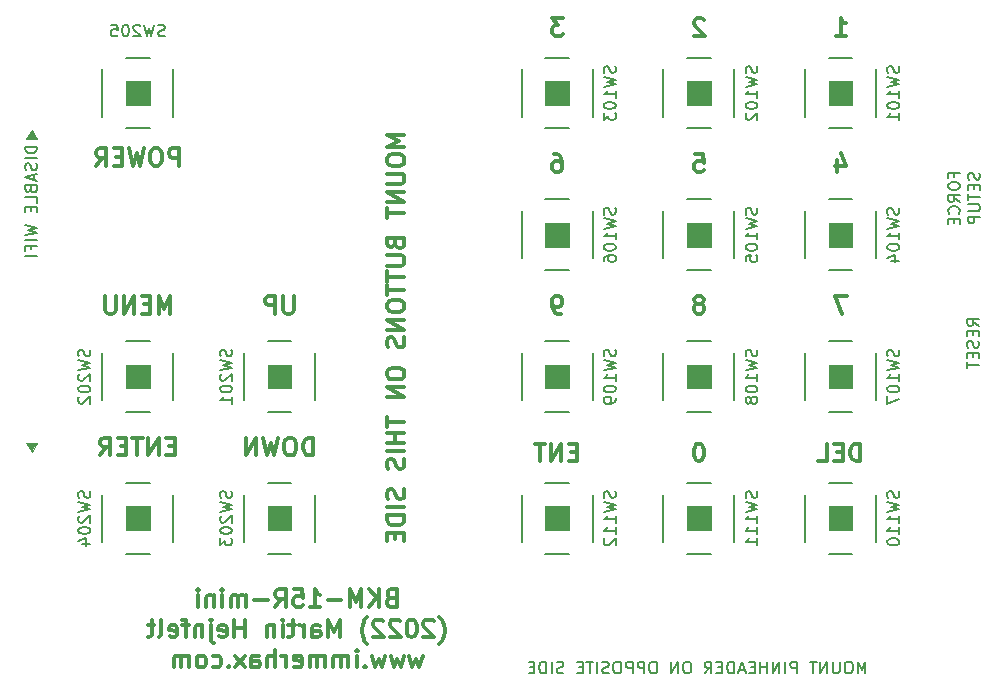
<source format=gbr>
%TF.GenerationSoftware,KiCad,Pcbnew,5.1.12-84ad8e8a86~92~ubuntu20.04.1*%
%TF.CreationDate,2022-04-21T21:58:34+02:00*%
%TF.ProjectId,bkm-15r-mini,626b6d2d-3135-4722-9d6d-696e692e6b69,rev?*%
%TF.SameCoordinates,Original*%
%TF.FileFunction,Legend,Bot*%
%TF.FilePolarity,Positive*%
%FSLAX46Y46*%
G04 Gerber Fmt 4.6, Leading zero omitted, Abs format (unit mm)*
G04 Created by KiCad (PCBNEW 5.1.12-84ad8e8a86~92~ubuntu20.04.1) date 2022-04-21 21:58:34*
%MOMM*%
%LPD*%
G01*
G04 APERTURE LIST*
%ADD10C,0.300000*%
%ADD11C,0.200000*%
%ADD12C,0.100000*%
%ADD13C,0.150000*%
G04 APERTURE END LIST*
D10*
X127070291Y-37136828D02*
X125570291Y-37136828D01*
X126641720Y-37636828D01*
X125570291Y-38136828D01*
X127070291Y-38136828D01*
X125570291Y-39136828D02*
X125570291Y-39422542D01*
X125641720Y-39565400D01*
X125784577Y-39708257D01*
X126070291Y-39779685D01*
X126570291Y-39779685D01*
X126856005Y-39708257D01*
X126998862Y-39565400D01*
X127070291Y-39422542D01*
X127070291Y-39136828D01*
X126998862Y-38993971D01*
X126856005Y-38851114D01*
X126570291Y-38779685D01*
X126070291Y-38779685D01*
X125784577Y-38851114D01*
X125641720Y-38993971D01*
X125570291Y-39136828D01*
X125570291Y-40422542D02*
X126784577Y-40422542D01*
X126927434Y-40493971D01*
X126998862Y-40565400D01*
X127070291Y-40708257D01*
X127070291Y-40993971D01*
X126998862Y-41136828D01*
X126927434Y-41208257D01*
X126784577Y-41279685D01*
X125570291Y-41279685D01*
X127070291Y-41993971D02*
X125570291Y-41993971D01*
X127070291Y-42851114D01*
X125570291Y-42851114D01*
X125570291Y-43351114D02*
X125570291Y-44208257D01*
X127070291Y-43779685D02*
X125570291Y-43779685D01*
X126284577Y-46351114D02*
X126356005Y-46565400D01*
X126427434Y-46636828D01*
X126570291Y-46708257D01*
X126784577Y-46708257D01*
X126927434Y-46636828D01*
X126998862Y-46565400D01*
X127070291Y-46422542D01*
X127070291Y-45851114D01*
X125570291Y-45851114D01*
X125570291Y-46351114D01*
X125641720Y-46493971D01*
X125713148Y-46565400D01*
X125856005Y-46636828D01*
X125998862Y-46636828D01*
X126141720Y-46565400D01*
X126213148Y-46493971D01*
X126284577Y-46351114D01*
X126284577Y-45851114D01*
X125570291Y-47351114D02*
X126784577Y-47351114D01*
X126927434Y-47422542D01*
X126998862Y-47493971D01*
X127070291Y-47636828D01*
X127070291Y-47922542D01*
X126998862Y-48065400D01*
X126927434Y-48136828D01*
X126784577Y-48208257D01*
X125570291Y-48208257D01*
X125570291Y-48708257D02*
X125570291Y-49565400D01*
X127070291Y-49136828D02*
X125570291Y-49136828D01*
X125570291Y-49851114D02*
X125570291Y-50708257D01*
X127070291Y-50279685D02*
X125570291Y-50279685D01*
X125570291Y-51493971D02*
X125570291Y-51779685D01*
X125641720Y-51922542D01*
X125784577Y-52065400D01*
X126070291Y-52136828D01*
X126570291Y-52136828D01*
X126856005Y-52065400D01*
X126998862Y-51922542D01*
X127070291Y-51779685D01*
X127070291Y-51493971D01*
X126998862Y-51351114D01*
X126856005Y-51208257D01*
X126570291Y-51136828D01*
X126070291Y-51136828D01*
X125784577Y-51208257D01*
X125641720Y-51351114D01*
X125570291Y-51493971D01*
X127070291Y-52779685D02*
X125570291Y-52779685D01*
X127070291Y-53636828D01*
X125570291Y-53636828D01*
X126998862Y-54279685D02*
X127070291Y-54493971D01*
X127070291Y-54851114D01*
X126998862Y-54993971D01*
X126927434Y-55065400D01*
X126784577Y-55136828D01*
X126641720Y-55136828D01*
X126498862Y-55065400D01*
X126427434Y-54993971D01*
X126356005Y-54851114D01*
X126284577Y-54565400D01*
X126213148Y-54422542D01*
X126141720Y-54351114D01*
X125998862Y-54279685D01*
X125856005Y-54279685D01*
X125713148Y-54351114D01*
X125641720Y-54422542D01*
X125570291Y-54565400D01*
X125570291Y-54922542D01*
X125641720Y-55136828D01*
X125570291Y-57208257D02*
X125570291Y-57493971D01*
X125641720Y-57636828D01*
X125784577Y-57779685D01*
X126070291Y-57851114D01*
X126570291Y-57851114D01*
X126856005Y-57779685D01*
X126998862Y-57636828D01*
X127070291Y-57493971D01*
X127070291Y-57208257D01*
X126998862Y-57065400D01*
X126856005Y-56922542D01*
X126570291Y-56851114D01*
X126070291Y-56851114D01*
X125784577Y-56922542D01*
X125641720Y-57065400D01*
X125570291Y-57208257D01*
X127070291Y-58493971D02*
X125570291Y-58493971D01*
X127070291Y-59351114D01*
X125570291Y-59351114D01*
X125570291Y-60993971D02*
X125570291Y-61851114D01*
X127070291Y-61422542D02*
X125570291Y-61422542D01*
X127070291Y-62351114D02*
X125570291Y-62351114D01*
X126284577Y-62351114D02*
X126284577Y-63208257D01*
X127070291Y-63208257D02*
X125570291Y-63208257D01*
X127070291Y-63922542D02*
X125570291Y-63922542D01*
X126998862Y-64565399D02*
X127070291Y-64779685D01*
X127070291Y-65136828D01*
X126998862Y-65279685D01*
X126927434Y-65351114D01*
X126784577Y-65422542D01*
X126641720Y-65422542D01*
X126498862Y-65351114D01*
X126427434Y-65279685D01*
X126356005Y-65136828D01*
X126284577Y-64851114D01*
X126213148Y-64708257D01*
X126141720Y-64636828D01*
X125998862Y-64565399D01*
X125856005Y-64565399D01*
X125713148Y-64636828D01*
X125641720Y-64708257D01*
X125570291Y-64851114D01*
X125570291Y-65208257D01*
X125641720Y-65422542D01*
X126998862Y-67136828D02*
X127070291Y-67351114D01*
X127070291Y-67708257D01*
X126998862Y-67851114D01*
X126927434Y-67922542D01*
X126784577Y-67993971D01*
X126641720Y-67993971D01*
X126498862Y-67922542D01*
X126427434Y-67851114D01*
X126356005Y-67708257D01*
X126284577Y-67422542D01*
X126213148Y-67279685D01*
X126141720Y-67208257D01*
X125998862Y-67136828D01*
X125856005Y-67136828D01*
X125713148Y-67208257D01*
X125641720Y-67279685D01*
X125570291Y-67422542D01*
X125570291Y-67779685D01*
X125641720Y-67993971D01*
X127070291Y-68636828D02*
X125570291Y-68636828D01*
X127070291Y-69351114D02*
X125570291Y-69351114D01*
X125570291Y-69708257D01*
X125641720Y-69922542D01*
X125784577Y-70065399D01*
X125927434Y-70136828D01*
X126213148Y-70208257D01*
X126427434Y-70208257D01*
X126713148Y-70136828D01*
X126856005Y-70065399D01*
X126998862Y-69922542D01*
X127070291Y-69708257D01*
X127070291Y-69351114D01*
X126284577Y-70851114D02*
X126284577Y-71351114D01*
X127070291Y-71565399D02*
X127070291Y-70851114D01*
X125570291Y-70851114D01*
X125570291Y-71565399D01*
D11*
X166100935Y-82733180D02*
X166100935Y-81733180D01*
X165767601Y-82447466D01*
X165434268Y-81733180D01*
X165434268Y-82733180D01*
X164767601Y-81733180D02*
X164577125Y-81733180D01*
X164481887Y-81780800D01*
X164386649Y-81876038D01*
X164339030Y-82066514D01*
X164339030Y-82399847D01*
X164386649Y-82590323D01*
X164481887Y-82685561D01*
X164577125Y-82733180D01*
X164767601Y-82733180D01*
X164862840Y-82685561D01*
X164958078Y-82590323D01*
X165005697Y-82399847D01*
X165005697Y-82066514D01*
X164958078Y-81876038D01*
X164862840Y-81780800D01*
X164767601Y-81733180D01*
X163910459Y-81733180D02*
X163910459Y-82542704D01*
X163862840Y-82637942D01*
X163815220Y-82685561D01*
X163719982Y-82733180D01*
X163529506Y-82733180D01*
X163434268Y-82685561D01*
X163386649Y-82637942D01*
X163339030Y-82542704D01*
X163339030Y-81733180D01*
X162862840Y-82733180D02*
X162862840Y-81733180D01*
X162291411Y-82733180D01*
X162291411Y-81733180D01*
X161958078Y-81733180D02*
X161386649Y-81733180D01*
X161672363Y-82733180D02*
X161672363Y-81733180D01*
X160291411Y-82733180D02*
X160291411Y-81733180D01*
X159910459Y-81733180D01*
X159815220Y-81780800D01*
X159767601Y-81828419D01*
X159719982Y-81923657D01*
X159719982Y-82066514D01*
X159767601Y-82161752D01*
X159815220Y-82209371D01*
X159910459Y-82256990D01*
X160291411Y-82256990D01*
X159291411Y-82733180D02*
X159291411Y-81733180D01*
X158815220Y-82733180D02*
X158815220Y-81733180D01*
X158243792Y-82733180D01*
X158243792Y-81733180D01*
X157767601Y-82733180D02*
X157767601Y-81733180D01*
X157767601Y-82209371D02*
X157196173Y-82209371D01*
X157196173Y-82733180D02*
X157196173Y-81733180D01*
X156719982Y-82209371D02*
X156386649Y-82209371D01*
X156243792Y-82733180D02*
X156719982Y-82733180D01*
X156719982Y-81733180D01*
X156243792Y-81733180D01*
X155862840Y-82447466D02*
X155386649Y-82447466D01*
X155958078Y-82733180D02*
X155624744Y-81733180D01*
X155291411Y-82733180D01*
X154958078Y-82733180D02*
X154958078Y-81733180D01*
X154719982Y-81733180D01*
X154577125Y-81780800D01*
X154481887Y-81876038D01*
X154434268Y-81971276D01*
X154386649Y-82161752D01*
X154386649Y-82304609D01*
X154434268Y-82495085D01*
X154481887Y-82590323D01*
X154577125Y-82685561D01*
X154719982Y-82733180D01*
X154958078Y-82733180D01*
X153958078Y-82209371D02*
X153624744Y-82209371D01*
X153481887Y-82733180D02*
X153958078Y-82733180D01*
X153958078Y-81733180D01*
X153481887Y-81733180D01*
X152481887Y-82733180D02*
X152815220Y-82256990D01*
X153053316Y-82733180D02*
X153053316Y-81733180D01*
X152672363Y-81733180D01*
X152577125Y-81780800D01*
X152529506Y-81828419D01*
X152481887Y-81923657D01*
X152481887Y-82066514D01*
X152529506Y-82161752D01*
X152577125Y-82209371D01*
X152672363Y-82256990D01*
X153053316Y-82256990D01*
X151100935Y-81733180D02*
X150910459Y-81733180D01*
X150815220Y-81780800D01*
X150719982Y-81876038D01*
X150672363Y-82066514D01*
X150672363Y-82399847D01*
X150719982Y-82590323D01*
X150815220Y-82685561D01*
X150910459Y-82733180D01*
X151100935Y-82733180D01*
X151196173Y-82685561D01*
X151291411Y-82590323D01*
X151339030Y-82399847D01*
X151339030Y-82066514D01*
X151291411Y-81876038D01*
X151196173Y-81780800D01*
X151100935Y-81733180D01*
X150243792Y-82733180D02*
X150243792Y-81733180D01*
X149672363Y-82733180D01*
X149672363Y-81733180D01*
X148243792Y-81733180D02*
X148053316Y-81733180D01*
X147958078Y-81780800D01*
X147862840Y-81876038D01*
X147815220Y-82066514D01*
X147815220Y-82399847D01*
X147862840Y-82590323D01*
X147958078Y-82685561D01*
X148053316Y-82733180D01*
X148243792Y-82733180D01*
X148339030Y-82685561D01*
X148434268Y-82590323D01*
X148481887Y-82399847D01*
X148481887Y-82066514D01*
X148434268Y-81876038D01*
X148339030Y-81780800D01*
X148243792Y-81733180D01*
X147386649Y-82733180D02*
X147386649Y-81733180D01*
X147005697Y-81733180D01*
X146910459Y-81780800D01*
X146862840Y-81828419D01*
X146815220Y-81923657D01*
X146815220Y-82066514D01*
X146862840Y-82161752D01*
X146910459Y-82209371D01*
X147005697Y-82256990D01*
X147386649Y-82256990D01*
X146386649Y-82733180D02*
X146386649Y-81733180D01*
X146005697Y-81733180D01*
X145910459Y-81780800D01*
X145862840Y-81828419D01*
X145815220Y-81923657D01*
X145815220Y-82066514D01*
X145862840Y-82161752D01*
X145910459Y-82209371D01*
X146005697Y-82256990D01*
X146386649Y-82256990D01*
X145196173Y-81733180D02*
X145005697Y-81733180D01*
X144910459Y-81780800D01*
X144815220Y-81876038D01*
X144767601Y-82066514D01*
X144767601Y-82399847D01*
X144815220Y-82590323D01*
X144910459Y-82685561D01*
X145005697Y-82733180D01*
X145196173Y-82733180D01*
X145291411Y-82685561D01*
X145386649Y-82590323D01*
X145434268Y-82399847D01*
X145434268Y-82066514D01*
X145386649Y-81876038D01*
X145291411Y-81780800D01*
X145196173Y-81733180D01*
X144386649Y-82685561D02*
X144243792Y-82733180D01*
X144005697Y-82733180D01*
X143910459Y-82685561D01*
X143862840Y-82637942D01*
X143815220Y-82542704D01*
X143815220Y-82447466D01*
X143862840Y-82352228D01*
X143910459Y-82304609D01*
X144005697Y-82256990D01*
X144196173Y-82209371D01*
X144291411Y-82161752D01*
X144339030Y-82114133D01*
X144386649Y-82018895D01*
X144386649Y-81923657D01*
X144339030Y-81828419D01*
X144291411Y-81780800D01*
X144196173Y-81733180D01*
X143958078Y-81733180D01*
X143815220Y-81780800D01*
X143386649Y-82733180D02*
X143386649Y-81733180D01*
X143053316Y-81733180D02*
X142481887Y-81733180D01*
X142767601Y-82733180D02*
X142767601Y-81733180D01*
X142148554Y-82209371D02*
X141815220Y-82209371D01*
X141672363Y-82733180D02*
X142148554Y-82733180D01*
X142148554Y-81733180D01*
X141672363Y-81733180D01*
X140529506Y-82685561D02*
X140386649Y-82733180D01*
X140148554Y-82733180D01*
X140053316Y-82685561D01*
X140005697Y-82637942D01*
X139958078Y-82542704D01*
X139958078Y-82447466D01*
X140005697Y-82352228D01*
X140053316Y-82304609D01*
X140148554Y-82256990D01*
X140339030Y-82209371D01*
X140434268Y-82161752D01*
X140481887Y-82114133D01*
X140529506Y-82018895D01*
X140529506Y-81923657D01*
X140481887Y-81828419D01*
X140434268Y-81780800D01*
X140339030Y-81733180D01*
X140100935Y-81733180D01*
X139958078Y-81780800D01*
X139529506Y-82733180D02*
X139529506Y-81733180D01*
X139053316Y-82733180D02*
X139053316Y-81733180D01*
X138815220Y-81733180D01*
X138672363Y-81780800D01*
X138577125Y-81876038D01*
X138529506Y-81971276D01*
X138481887Y-82161752D01*
X138481887Y-82304609D01*
X138529506Y-82495085D01*
X138577125Y-82590323D01*
X138672363Y-82685561D01*
X138815220Y-82733180D01*
X139053316Y-82733180D01*
X138053316Y-82209371D02*
X137719982Y-82209371D01*
X137577125Y-82733180D02*
X138053316Y-82733180D01*
X138053316Y-81733180D01*
X137577125Y-81733180D01*
D12*
G36*
X96000000Y-37500000D02*
G01*
X95000000Y-37500000D01*
X95500000Y-36750000D01*
X96000000Y-37500000D01*
G37*
X96000000Y-37500000D02*
X95000000Y-37500000D01*
X95500000Y-36750000D01*
X96000000Y-37500000D01*
G36*
X95500000Y-64000000D02*
G01*
X95000000Y-63250000D01*
X96000000Y-63250000D01*
X95500000Y-64000000D01*
G37*
X95500000Y-64000000D02*
X95000000Y-63250000D01*
X96000000Y-63250000D01*
X95500000Y-64000000D01*
D11*
X173578571Y-40666666D02*
X173578571Y-40333333D01*
X174102380Y-40333333D02*
X173102380Y-40333333D01*
X173102380Y-40809523D01*
X173102380Y-41380952D02*
X173102380Y-41571428D01*
X173150000Y-41666666D01*
X173245238Y-41761904D01*
X173435714Y-41809523D01*
X173769047Y-41809523D01*
X173959523Y-41761904D01*
X174054761Y-41666666D01*
X174102380Y-41571428D01*
X174102380Y-41380952D01*
X174054761Y-41285714D01*
X173959523Y-41190476D01*
X173769047Y-41142857D01*
X173435714Y-41142857D01*
X173245238Y-41190476D01*
X173150000Y-41285714D01*
X173102380Y-41380952D01*
X174102380Y-42809523D02*
X173626190Y-42476190D01*
X174102380Y-42238095D02*
X173102380Y-42238095D01*
X173102380Y-42619047D01*
X173150000Y-42714285D01*
X173197619Y-42761904D01*
X173292857Y-42809523D01*
X173435714Y-42809523D01*
X173530952Y-42761904D01*
X173578571Y-42714285D01*
X173626190Y-42619047D01*
X173626190Y-42238095D01*
X174007142Y-43809523D02*
X174054761Y-43761904D01*
X174102380Y-43619047D01*
X174102380Y-43523809D01*
X174054761Y-43380952D01*
X173959523Y-43285714D01*
X173864285Y-43238095D01*
X173673809Y-43190476D01*
X173530952Y-43190476D01*
X173340476Y-43238095D01*
X173245238Y-43285714D01*
X173150000Y-43380952D01*
X173102380Y-43523809D01*
X173102380Y-43619047D01*
X173150000Y-43761904D01*
X173197619Y-43809523D01*
X173578571Y-44238095D02*
X173578571Y-44571428D01*
X174102380Y-44714285D02*
X174102380Y-44238095D01*
X173102380Y-44238095D01*
X173102380Y-44714285D01*
X175754761Y-40357142D02*
X175802380Y-40500000D01*
X175802380Y-40738095D01*
X175754761Y-40833333D01*
X175707142Y-40880952D01*
X175611904Y-40928571D01*
X175516666Y-40928571D01*
X175421428Y-40880952D01*
X175373809Y-40833333D01*
X175326190Y-40738095D01*
X175278571Y-40547619D01*
X175230952Y-40452380D01*
X175183333Y-40404761D01*
X175088095Y-40357142D01*
X174992857Y-40357142D01*
X174897619Y-40404761D01*
X174850000Y-40452380D01*
X174802380Y-40547619D01*
X174802380Y-40785714D01*
X174850000Y-40928571D01*
X175278571Y-41357142D02*
X175278571Y-41690476D01*
X175802380Y-41833333D02*
X175802380Y-41357142D01*
X174802380Y-41357142D01*
X174802380Y-41833333D01*
X174802380Y-42119047D02*
X174802380Y-42690476D01*
X175802380Y-42404761D02*
X174802380Y-42404761D01*
X174802380Y-43023809D02*
X175611904Y-43023809D01*
X175707142Y-43071428D01*
X175754761Y-43119047D01*
X175802380Y-43214285D01*
X175802380Y-43404761D01*
X175754761Y-43500000D01*
X175707142Y-43547619D01*
X175611904Y-43595238D01*
X174802380Y-43595238D01*
X175802380Y-44071428D02*
X174802380Y-44071428D01*
X174802380Y-44452380D01*
X174850000Y-44547619D01*
X174897619Y-44595238D01*
X174992857Y-44642857D01*
X175135714Y-44642857D01*
X175230952Y-44595238D01*
X175278571Y-44547619D01*
X175326190Y-44452380D01*
X175326190Y-44071428D01*
X175702380Y-53297619D02*
X175226190Y-52964285D01*
X175702380Y-52726190D02*
X174702380Y-52726190D01*
X174702380Y-53107142D01*
X174750000Y-53202380D01*
X174797619Y-53250000D01*
X174892857Y-53297619D01*
X175035714Y-53297619D01*
X175130952Y-53250000D01*
X175178571Y-53202380D01*
X175226190Y-53107142D01*
X175226190Y-52726190D01*
X175178571Y-53726190D02*
X175178571Y-54059523D01*
X175702380Y-54202380D02*
X175702380Y-53726190D01*
X174702380Y-53726190D01*
X174702380Y-54202380D01*
X175654761Y-54583333D02*
X175702380Y-54726190D01*
X175702380Y-54964285D01*
X175654761Y-55059523D01*
X175607142Y-55107142D01*
X175511904Y-55154761D01*
X175416666Y-55154761D01*
X175321428Y-55107142D01*
X175273809Y-55059523D01*
X175226190Y-54964285D01*
X175178571Y-54773809D01*
X175130952Y-54678571D01*
X175083333Y-54630952D01*
X174988095Y-54583333D01*
X174892857Y-54583333D01*
X174797619Y-54630952D01*
X174750000Y-54678571D01*
X174702380Y-54773809D01*
X174702380Y-55011904D01*
X174750000Y-55154761D01*
X175178571Y-55583333D02*
X175178571Y-55916666D01*
X175702380Y-56059523D02*
X175702380Y-55583333D01*
X174702380Y-55583333D01*
X174702380Y-56059523D01*
X174702380Y-56345238D02*
X174702380Y-56916666D01*
X175702380Y-56630952D02*
X174702380Y-56630952D01*
X95952380Y-38130952D02*
X94952380Y-38130952D01*
X94952380Y-38369047D01*
X95000000Y-38511904D01*
X95095238Y-38607142D01*
X95190476Y-38654761D01*
X95380952Y-38702380D01*
X95523809Y-38702380D01*
X95714285Y-38654761D01*
X95809523Y-38607142D01*
X95904761Y-38511904D01*
X95952380Y-38369047D01*
X95952380Y-38130952D01*
X95952380Y-39130952D02*
X94952380Y-39130952D01*
X95904761Y-39559523D02*
X95952380Y-39702380D01*
X95952380Y-39940476D01*
X95904761Y-40035714D01*
X95857142Y-40083333D01*
X95761904Y-40130952D01*
X95666666Y-40130952D01*
X95571428Y-40083333D01*
X95523809Y-40035714D01*
X95476190Y-39940476D01*
X95428571Y-39750000D01*
X95380952Y-39654761D01*
X95333333Y-39607142D01*
X95238095Y-39559523D01*
X95142857Y-39559523D01*
X95047619Y-39607142D01*
X95000000Y-39654761D01*
X94952380Y-39750000D01*
X94952380Y-39988095D01*
X95000000Y-40130952D01*
X95666666Y-40511904D02*
X95666666Y-40988095D01*
X95952380Y-40416666D02*
X94952380Y-40750000D01*
X95952380Y-41083333D01*
X95428571Y-41750000D02*
X95476190Y-41892857D01*
X95523809Y-41940476D01*
X95619047Y-41988095D01*
X95761904Y-41988095D01*
X95857142Y-41940476D01*
X95904761Y-41892857D01*
X95952380Y-41797619D01*
X95952380Y-41416666D01*
X94952380Y-41416666D01*
X94952380Y-41750000D01*
X95000000Y-41845238D01*
X95047619Y-41892857D01*
X95142857Y-41940476D01*
X95238095Y-41940476D01*
X95333333Y-41892857D01*
X95380952Y-41845238D01*
X95428571Y-41750000D01*
X95428571Y-41416666D01*
X95952380Y-42892857D02*
X95952380Y-42416666D01*
X94952380Y-42416666D01*
X95428571Y-43226190D02*
X95428571Y-43559523D01*
X95952380Y-43702380D02*
X95952380Y-43226190D01*
X94952380Y-43226190D01*
X94952380Y-43702380D01*
X94952380Y-44797619D02*
X95952380Y-45035714D01*
X95238095Y-45226190D01*
X95952380Y-45416666D01*
X94952380Y-45654761D01*
X95952380Y-46035714D02*
X94952380Y-46035714D01*
X95428571Y-46845238D02*
X95428571Y-46511904D01*
X95952380Y-46511904D02*
X94952380Y-46511904D01*
X94952380Y-46988095D01*
X95952380Y-47369047D02*
X94952380Y-47369047D01*
D10*
X125928571Y-76342857D02*
X125714285Y-76414285D01*
X125642857Y-76485714D01*
X125571428Y-76628571D01*
X125571428Y-76842857D01*
X125642857Y-76985714D01*
X125714285Y-77057142D01*
X125857142Y-77128571D01*
X126428571Y-77128571D01*
X126428571Y-75628571D01*
X125928571Y-75628571D01*
X125785714Y-75700000D01*
X125714285Y-75771428D01*
X125642857Y-75914285D01*
X125642857Y-76057142D01*
X125714285Y-76200000D01*
X125785714Y-76271428D01*
X125928571Y-76342857D01*
X126428571Y-76342857D01*
X124928571Y-77128571D02*
X124928571Y-75628571D01*
X124071428Y-77128571D02*
X124714285Y-76271428D01*
X124071428Y-75628571D02*
X124928571Y-76485714D01*
X123428571Y-77128571D02*
X123428571Y-75628571D01*
X122928571Y-76700000D01*
X122428571Y-75628571D01*
X122428571Y-77128571D01*
X121714285Y-76557142D02*
X120571428Y-76557142D01*
X119071428Y-77128571D02*
X119928571Y-77128571D01*
X119500000Y-77128571D02*
X119500000Y-75628571D01*
X119642857Y-75842857D01*
X119785714Y-75985714D01*
X119928571Y-76057142D01*
X117714285Y-75628571D02*
X118428571Y-75628571D01*
X118500000Y-76342857D01*
X118428571Y-76271428D01*
X118285714Y-76200000D01*
X117928571Y-76200000D01*
X117785714Y-76271428D01*
X117714285Y-76342857D01*
X117642857Y-76485714D01*
X117642857Y-76842857D01*
X117714285Y-76985714D01*
X117785714Y-77057142D01*
X117928571Y-77128571D01*
X118285714Y-77128571D01*
X118428571Y-77057142D01*
X118500000Y-76985714D01*
X116142857Y-77128571D02*
X116642857Y-76414285D01*
X117000000Y-77128571D02*
X117000000Y-75628571D01*
X116428571Y-75628571D01*
X116285714Y-75700000D01*
X116214285Y-75771428D01*
X116142857Y-75914285D01*
X116142857Y-76128571D01*
X116214285Y-76271428D01*
X116285714Y-76342857D01*
X116428571Y-76414285D01*
X117000000Y-76414285D01*
X115500000Y-76557142D02*
X114357142Y-76557142D01*
X113642857Y-77128571D02*
X113642857Y-76128571D01*
X113642857Y-76271428D02*
X113571428Y-76200000D01*
X113428571Y-76128571D01*
X113214285Y-76128571D01*
X113071428Y-76200000D01*
X113000000Y-76342857D01*
X113000000Y-77128571D01*
X113000000Y-76342857D02*
X112928571Y-76200000D01*
X112785714Y-76128571D01*
X112571428Y-76128571D01*
X112428571Y-76200000D01*
X112357142Y-76342857D01*
X112357142Y-77128571D01*
X111642857Y-77128571D02*
X111642857Y-76128571D01*
X111642857Y-75628571D02*
X111714285Y-75700000D01*
X111642857Y-75771428D01*
X111571428Y-75700000D01*
X111642857Y-75628571D01*
X111642857Y-75771428D01*
X110928571Y-76128571D02*
X110928571Y-77128571D01*
X110928571Y-76271428D02*
X110857142Y-76200000D01*
X110714285Y-76128571D01*
X110500000Y-76128571D01*
X110357142Y-76200000D01*
X110285714Y-76342857D01*
X110285714Y-77128571D01*
X109571428Y-77128571D02*
X109571428Y-76128571D01*
X109571428Y-75628571D02*
X109642857Y-75700000D01*
X109571428Y-75771428D01*
X109500000Y-75700000D01*
X109571428Y-75628571D01*
X109571428Y-75771428D01*
X130035714Y-80250000D02*
X130107142Y-80178571D01*
X130250000Y-79964285D01*
X130321428Y-79821428D01*
X130392857Y-79607142D01*
X130464285Y-79250000D01*
X130464285Y-78964285D01*
X130392857Y-78607142D01*
X130321428Y-78392857D01*
X130250000Y-78250000D01*
X130107142Y-78035714D01*
X130035714Y-77964285D01*
X129535714Y-78321428D02*
X129464285Y-78250000D01*
X129321428Y-78178571D01*
X128964285Y-78178571D01*
X128821428Y-78250000D01*
X128750000Y-78321428D01*
X128678571Y-78464285D01*
X128678571Y-78607142D01*
X128750000Y-78821428D01*
X129607142Y-79678571D01*
X128678571Y-79678571D01*
X127750000Y-78178571D02*
X127607142Y-78178571D01*
X127464285Y-78250000D01*
X127392857Y-78321428D01*
X127321428Y-78464285D01*
X127250000Y-78750000D01*
X127250000Y-79107142D01*
X127321428Y-79392857D01*
X127392857Y-79535714D01*
X127464285Y-79607142D01*
X127607142Y-79678571D01*
X127750000Y-79678571D01*
X127892857Y-79607142D01*
X127964285Y-79535714D01*
X128035714Y-79392857D01*
X128107142Y-79107142D01*
X128107142Y-78750000D01*
X128035714Y-78464285D01*
X127964285Y-78321428D01*
X127892857Y-78250000D01*
X127750000Y-78178571D01*
X126678571Y-78321428D02*
X126607142Y-78250000D01*
X126464285Y-78178571D01*
X126107142Y-78178571D01*
X125964285Y-78250000D01*
X125892857Y-78321428D01*
X125821428Y-78464285D01*
X125821428Y-78607142D01*
X125892857Y-78821428D01*
X126750000Y-79678571D01*
X125821428Y-79678571D01*
X125250000Y-78321428D02*
X125178571Y-78250000D01*
X125035714Y-78178571D01*
X124678571Y-78178571D01*
X124535714Y-78250000D01*
X124464285Y-78321428D01*
X124392857Y-78464285D01*
X124392857Y-78607142D01*
X124464285Y-78821428D01*
X125321428Y-79678571D01*
X124392857Y-79678571D01*
X123892857Y-80250000D02*
X123821428Y-80178571D01*
X123678571Y-79964285D01*
X123607142Y-79821428D01*
X123535714Y-79607142D01*
X123464285Y-79250000D01*
X123464285Y-78964285D01*
X123535714Y-78607142D01*
X123607142Y-78392857D01*
X123678571Y-78250000D01*
X123821428Y-78035714D01*
X123892857Y-77964285D01*
X121607142Y-79678571D02*
X121607142Y-78178571D01*
X121107142Y-79250000D01*
X120607142Y-78178571D01*
X120607142Y-79678571D01*
X119250000Y-79678571D02*
X119250000Y-78892857D01*
X119321428Y-78750000D01*
X119464285Y-78678571D01*
X119750000Y-78678571D01*
X119892857Y-78750000D01*
X119250000Y-79607142D02*
X119392857Y-79678571D01*
X119750000Y-79678571D01*
X119892857Y-79607142D01*
X119964285Y-79464285D01*
X119964285Y-79321428D01*
X119892857Y-79178571D01*
X119750000Y-79107142D01*
X119392857Y-79107142D01*
X119250000Y-79035714D01*
X118535714Y-79678571D02*
X118535714Y-78678571D01*
X118535714Y-78964285D02*
X118464285Y-78821428D01*
X118392857Y-78750000D01*
X118250000Y-78678571D01*
X118107142Y-78678571D01*
X117821428Y-78678571D02*
X117250000Y-78678571D01*
X117607142Y-78178571D02*
X117607142Y-79464285D01*
X117535714Y-79607142D01*
X117392857Y-79678571D01*
X117250000Y-79678571D01*
X116750000Y-79678571D02*
X116750000Y-78678571D01*
X116750000Y-78178571D02*
X116821428Y-78250000D01*
X116750000Y-78321428D01*
X116678571Y-78250000D01*
X116750000Y-78178571D01*
X116750000Y-78321428D01*
X116035714Y-78678571D02*
X116035714Y-79678571D01*
X116035714Y-78821428D02*
X115964285Y-78750000D01*
X115821428Y-78678571D01*
X115607142Y-78678571D01*
X115464285Y-78750000D01*
X115392857Y-78892857D01*
X115392857Y-79678571D01*
X113535714Y-79678571D02*
X113535714Y-78178571D01*
X113535714Y-78892857D02*
X112678571Y-78892857D01*
X112678571Y-79678571D02*
X112678571Y-78178571D01*
X111392857Y-79607142D02*
X111535714Y-79678571D01*
X111821428Y-79678571D01*
X111964285Y-79607142D01*
X112035714Y-79464285D01*
X112035714Y-78892857D01*
X111964285Y-78750000D01*
X111821428Y-78678571D01*
X111535714Y-78678571D01*
X111392857Y-78750000D01*
X111321428Y-78892857D01*
X111321428Y-79035714D01*
X112035714Y-79178571D01*
X110678571Y-78678571D02*
X110678571Y-79964285D01*
X110750000Y-80107142D01*
X110892857Y-80178571D01*
X110964285Y-80178571D01*
X110678571Y-78178571D02*
X110750000Y-78250000D01*
X110678571Y-78321428D01*
X110607142Y-78250000D01*
X110678571Y-78178571D01*
X110678571Y-78321428D01*
X109964285Y-78678571D02*
X109964285Y-79678571D01*
X109964285Y-78821428D02*
X109892857Y-78750000D01*
X109750000Y-78678571D01*
X109535714Y-78678571D01*
X109392857Y-78750000D01*
X109321428Y-78892857D01*
X109321428Y-79678571D01*
X108821428Y-78678571D02*
X108250000Y-78678571D01*
X108607142Y-79678571D02*
X108607142Y-78392857D01*
X108535714Y-78250000D01*
X108392857Y-78178571D01*
X108250000Y-78178571D01*
X107178571Y-79607142D02*
X107321428Y-79678571D01*
X107607142Y-79678571D01*
X107750000Y-79607142D01*
X107821428Y-79464285D01*
X107821428Y-78892857D01*
X107750000Y-78750000D01*
X107607142Y-78678571D01*
X107321428Y-78678571D01*
X107178571Y-78750000D01*
X107107142Y-78892857D01*
X107107142Y-79035714D01*
X107821428Y-79178571D01*
X106250000Y-79678571D02*
X106392857Y-79607142D01*
X106464285Y-79464285D01*
X106464285Y-78178571D01*
X105892857Y-78678571D02*
X105321428Y-78678571D01*
X105678571Y-78178571D02*
X105678571Y-79464285D01*
X105607142Y-79607142D01*
X105464285Y-79678571D01*
X105321428Y-79678571D01*
X128607142Y-81228571D02*
X128321428Y-82228571D01*
X128035714Y-81514285D01*
X127750000Y-82228571D01*
X127464285Y-81228571D01*
X127035714Y-81228571D02*
X126750000Y-82228571D01*
X126464285Y-81514285D01*
X126178571Y-82228571D01*
X125892857Y-81228571D01*
X125464285Y-81228571D02*
X125178571Y-82228571D01*
X124892857Y-81514285D01*
X124607142Y-82228571D01*
X124321428Y-81228571D01*
X123750000Y-82085714D02*
X123678571Y-82157142D01*
X123750000Y-82228571D01*
X123821428Y-82157142D01*
X123750000Y-82085714D01*
X123750000Y-82228571D01*
X123035714Y-82228571D02*
X123035714Y-81228571D01*
X123035714Y-80728571D02*
X123107142Y-80800000D01*
X123035714Y-80871428D01*
X122964285Y-80800000D01*
X123035714Y-80728571D01*
X123035714Y-80871428D01*
X122321428Y-82228571D02*
X122321428Y-81228571D01*
X122321428Y-81371428D02*
X122250000Y-81300000D01*
X122107142Y-81228571D01*
X121892857Y-81228571D01*
X121750000Y-81300000D01*
X121678571Y-81442857D01*
X121678571Y-82228571D01*
X121678571Y-81442857D02*
X121607142Y-81300000D01*
X121464285Y-81228571D01*
X121250000Y-81228571D01*
X121107142Y-81300000D01*
X121035714Y-81442857D01*
X121035714Y-82228571D01*
X120321428Y-82228571D02*
X120321428Y-81228571D01*
X120321428Y-81371428D02*
X120250000Y-81300000D01*
X120107142Y-81228571D01*
X119892857Y-81228571D01*
X119750000Y-81300000D01*
X119678571Y-81442857D01*
X119678571Y-82228571D01*
X119678571Y-81442857D02*
X119607142Y-81300000D01*
X119464285Y-81228571D01*
X119250000Y-81228571D01*
X119107142Y-81300000D01*
X119035714Y-81442857D01*
X119035714Y-82228571D01*
X117750000Y-82157142D02*
X117892857Y-82228571D01*
X118178571Y-82228571D01*
X118321428Y-82157142D01*
X118392857Y-82014285D01*
X118392857Y-81442857D01*
X118321428Y-81300000D01*
X118178571Y-81228571D01*
X117892857Y-81228571D01*
X117750000Y-81300000D01*
X117678571Y-81442857D01*
X117678571Y-81585714D01*
X118392857Y-81728571D01*
X117035714Y-82228571D02*
X117035714Y-81228571D01*
X117035714Y-81514285D02*
X116964285Y-81371428D01*
X116892857Y-81300000D01*
X116750000Y-81228571D01*
X116607142Y-81228571D01*
X116107142Y-82228571D02*
X116107142Y-80728571D01*
X115464285Y-82228571D02*
X115464285Y-81442857D01*
X115535714Y-81300000D01*
X115678571Y-81228571D01*
X115892857Y-81228571D01*
X116035714Y-81300000D01*
X116107142Y-81371428D01*
X114107142Y-82228571D02*
X114107142Y-81442857D01*
X114178571Y-81300000D01*
X114321428Y-81228571D01*
X114607142Y-81228571D01*
X114750000Y-81300000D01*
X114107142Y-82157142D02*
X114250000Y-82228571D01*
X114607142Y-82228571D01*
X114750000Y-82157142D01*
X114821428Y-82014285D01*
X114821428Y-81871428D01*
X114750000Y-81728571D01*
X114607142Y-81657142D01*
X114250000Y-81657142D01*
X114107142Y-81585714D01*
X113535714Y-82228571D02*
X112750000Y-81228571D01*
X113535714Y-81228571D02*
X112750000Y-82228571D01*
X112178571Y-82085714D02*
X112107142Y-82157142D01*
X112178571Y-82228571D01*
X112250000Y-82157142D01*
X112178571Y-82085714D01*
X112178571Y-82228571D01*
X110821428Y-82157142D02*
X110964285Y-82228571D01*
X111250000Y-82228571D01*
X111392857Y-82157142D01*
X111464285Y-82085714D01*
X111535714Y-81942857D01*
X111535714Y-81514285D01*
X111464285Y-81371428D01*
X111392857Y-81300000D01*
X111250000Y-81228571D01*
X110964285Y-81228571D01*
X110821428Y-81300000D01*
X109964285Y-82228571D02*
X110107142Y-82157142D01*
X110178571Y-82085714D01*
X110250000Y-81942857D01*
X110250000Y-81514285D01*
X110178571Y-81371428D01*
X110107142Y-81300000D01*
X109964285Y-81228571D01*
X109750000Y-81228571D01*
X109607142Y-81300000D01*
X109535714Y-81371428D01*
X109464285Y-81514285D01*
X109464285Y-81942857D01*
X109535714Y-82085714D01*
X109607142Y-82157142D01*
X109750000Y-82228571D01*
X109964285Y-82228571D01*
X108821428Y-82228571D02*
X108821428Y-81228571D01*
X108821428Y-81371428D02*
X108750000Y-81300000D01*
X108607142Y-81228571D01*
X108392857Y-81228571D01*
X108250000Y-81300000D01*
X108178571Y-81442857D01*
X108178571Y-82228571D01*
X108178571Y-81442857D02*
X108107142Y-81300000D01*
X107964285Y-81228571D01*
X107750000Y-81228571D01*
X107607142Y-81300000D01*
X107535714Y-81442857D01*
X107535714Y-82228571D01*
X141678571Y-63992857D02*
X141178571Y-63992857D01*
X140964285Y-64778571D02*
X141678571Y-64778571D01*
X141678571Y-63278571D01*
X140964285Y-63278571D01*
X140321428Y-64778571D02*
X140321428Y-63278571D01*
X139464285Y-64778571D01*
X139464285Y-63278571D01*
X138964285Y-63278571D02*
X138107142Y-63278571D01*
X138535714Y-64778571D02*
X138535714Y-63278571D01*
X152071428Y-63278571D02*
X151928571Y-63278571D01*
X151785714Y-63350000D01*
X151714285Y-63421428D01*
X151642857Y-63564285D01*
X151571428Y-63850000D01*
X151571428Y-64207142D01*
X151642857Y-64492857D01*
X151714285Y-64635714D01*
X151785714Y-64707142D01*
X151928571Y-64778571D01*
X152071428Y-64778571D01*
X152214285Y-64707142D01*
X152285714Y-64635714D01*
X152357142Y-64492857D01*
X152428571Y-64207142D01*
X152428571Y-63850000D01*
X152357142Y-63564285D01*
X152285714Y-63421428D01*
X152214285Y-63350000D01*
X152071428Y-63278571D01*
X165678571Y-64778571D02*
X165678571Y-63278571D01*
X165321428Y-63278571D01*
X165107142Y-63350000D01*
X164964285Y-63492857D01*
X164892857Y-63635714D01*
X164821428Y-63921428D01*
X164821428Y-64135714D01*
X164892857Y-64421428D01*
X164964285Y-64564285D01*
X165107142Y-64707142D01*
X165321428Y-64778571D01*
X165678571Y-64778571D01*
X164178571Y-63992857D02*
X163678571Y-63992857D01*
X163464285Y-64778571D02*
X164178571Y-64778571D01*
X164178571Y-63278571D01*
X163464285Y-63278571D01*
X162107142Y-64778571D02*
X162821428Y-64778571D01*
X162821428Y-63278571D01*
X164500000Y-50778571D02*
X163500000Y-50778571D01*
X164142857Y-52278571D01*
X152142857Y-51421428D02*
X152285714Y-51350000D01*
X152357142Y-51278571D01*
X152428571Y-51135714D01*
X152428571Y-51064285D01*
X152357142Y-50921428D01*
X152285714Y-50850000D01*
X152142857Y-50778571D01*
X151857142Y-50778571D01*
X151714285Y-50850000D01*
X151642857Y-50921428D01*
X151571428Y-51064285D01*
X151571428Y-51135714D01*
X151642857Y-51278571D01*
X151714285Y-51350000D01*
X151857142Y-51421428D01*
X152142857Y-51421428D01*
X152285714Y-51492857D01*
X152357142Y-51564285D01*
X152428571Y-51707142D01*
X152428571Y-51992857D01*
X152357142Y-52135714D01*
X152285714Y-52207142D01*
X152142857Y-52278571D01*
X151857142Y-52278571D01*
X151714285Y-52207142D01*
X151642857Y-52135714D01*
X151571428Y-51992857D01*
X151571428Y-51707142D01*
X151642857Y-51564285D01*
X151714285Y-51492857D01*
X151857142Y-51421428D01*
X140285714Y-52278571D02*
X140000000Y-52278571D01*
X139857142Y-52207142D01*
X139785714Y-52135714D01*
X139642857Y-51921428D01*
X139571428Y-51635714D01*
X139571428Y-51064285D01*
X139642857Y-50921428D01*
X139714285Y-50850000D01*
X139857142Y-50778571D01*
X140142857Y-50778571D01*
X140285714Y-50850000D01*
X140357142Y-50921428D01*
X140428571Y-51064285D01*
X140428571Y-51421428D01*
X140357142Y-51564285D01*
X140285714Y-51635714D01*
X140142857Y-51707142D01*
X139857142Y-51707142D01*
X139714285Y-51635714D01*
X139642857Y-51564285D01*
X139571428Y-51421428D01*
X139714285Y-38778571D02*
X140000000Y-38778571D01*
X140142857Y-38850000D01*
X140214285Y-38921428D01*
X140357142Y-39135714D01*
X140428571Y-39421428D01*
X140428571Y-39992857D01*
X140357142Y-40135714D01*
X140285714Y-40207142D01*
X140142857Y-40278571D01*
X139857142Y-40278571D01*
X139714285Y-40207142D01*
X139642857Y-40135714D01*
X139571428Y-39992857D01*
X139571428Y-39635714D01*
X139642857Y-39492857D01*
X139714285Y-39421428D01*
X139857142Y-39350000D01*
X140142857Y-39350000D01*
X140285714Y-39421428D01*
X140357142Y-39492857D01*
X140428571Y-39635714D01*
X151642857Y-38778571D02*
X152357142Y-38778571D01*
X152428571Y-39492857D01*
X152357142Y-39421428D01*
X152214285Y-39350000D01*
X151857142Y-39350000D01*
X151714285Y-39421428D01*
X151642857Y-39492857D01*
X151571428Y-39635714D01*
X151571428Y-39992857D01*
X151642857Y-40135714D01*
X151714285Y-40207142D01*
X151857142Y-40278571D01*
X152214285Y-40278571D01*
X152357142Y-40207142D01*
X152428571Y-40135714D01*
X163714285Y-39278571D02*
X163714285Y-40278571D01*
X164071428Y-38707142D02*
X164428571Y-39778571D01*
X163500000Y-39778571D01*
X163571428Y-28778571D02*
X164428571Y-28778571D01*
X164000000Y-28778571D02*
X164000000Y-27278571D01*
X164142857Y-27492857D01*
X164285714Y-27635714D01*
X164428571Y-27707142D01*
X152428571Y-27421428D02*
X152357142Y-27350000D01*
X152214285Y-27278571D01*
X151857142Y-27278571D01*
X151714285Y-27350000D01*
X151642857Y-27421428D01*
X151571428Y-27564285D01*
X151571428Y-27707142D01*
X151642857Y-27921428D01*
X152500000Y-28778571D01*
X151571428Y-28778571D01*
X140500000Y-27278571D02*
X139571428Y-27278571D01*
X140071428Y-27850000D01*
X139857142Y-27850000D01*
X139714285Y-27921428D01*
X139642857Y-27992857D01*
X139571428Y-28135714D01*
X139571428Y-28492857D01*
X139642857Y-28635714D01*
X139714285Y-28707142D01*
X139857142Y-28778571D01*
X140285714Y-28778571D01*
X140428571Y-28707142D01*
X140500000Y-28635714D01*
X107250000Y-52278571D02*
X107250000Y-50778571D01*
X106750000Y-51850000D01*
X106250000Y-50778571D01*
X106250000Y-52278571D01*
X105535714Y-51492857D02*
X105035714Y-51492857D01*
X104821428Y-52278571D02*
X105535714Y-52278571D01*
X105535714Y-50778571D01*
X104821428Y-50778571D01*
X104178571Y-52278571D02*
X104178571Y-50778571D01*
X103321428Y-52278571D01*
X103321428Y-50778571D01*
X102607142Y-50778571D02*
X102607142Y-51992857D01*
X102535714Y-52135714D01*
X102464285Y-52207142D01*
X102321428Y-52278571D01*
X102035714Y-52278571D01*
X101892857Y-52207142D01*
X101821428Y-52135714D01*
X101750000Y-51992857D01*
X101750000Y-50778571D01*
X107607142Y-63492857D02*
X107107142Y-63492857D01*
X106892857Y-64278571D02*
X107607142Y-64278571D01*
X107607142Y-62778571D01*
X106892857Y-62778571D01*
X106250000Y-64278571D02*
X106250000Y-62778571D01*
X105392857Y-64278571D01*
X105392857Y-62778571D01*
X104892857Y-62778571D02*
X104035714Y-62778571D01*
X104464285Y-64278571D02*
X104464285Y-62778571D01*
X103535714Y-63492857D02*
X103035714Y-63492857D01*
X102821428Y-64278571D02*
X103535714Y-64278571D01*
X103535714Y-62778571D01*
X102821428Y-62778571D01*
X101321428Y-64278571D02*
X101821428Y-63564285D01*
X102178571Y-64278571D02*
X102178571Y-62778571D01*
X101607142Y-62778571D01*
X101464285Y-62850000D01*
X101392857Y-62921428D01*
X101321428Y-63064285D01*
X101321428Y-63278571D01*
X101392857Y-63421428D01*
X101464285Y-63492857D01*
X101607142Y-63564285D01*
X102178571Y-63564285D01*
X119321428Y-64278571D02*
X119321428Y-62778571D01*
X118964285Y-62778571D01*
X118750000Y-62850000D01*
X118607142Y-62992857D01*
X118535714Y-63135714D01*
X118464285Y-63421428D01*
X118464285Y-63635714D01*
X118535714Y-63921428D01*
X118607142Y-64064285D01*
X118750000Y-64207142D01*
X118964285Y-64278571D01*
X119321428Y-64278571D01*
X117535714Y-62778571D02*
X117250000Y-62778571D01*
X117107142Y-62850000D01*
X116964285Y-62992857D01*
X116892857Y-63278571D01*
X116892857Y-63778571D01*
X116964285Y-64064285D01*
X117107142Y-64207142D01*
X117250000Y-64278571D01*
X117535714Y-64278571D01*
X117678571Y-64207142D01*
X117821428Y-64064285D01*
X117892857Y-63778571D01*
X117892857Y-63278571D01*
X117821428Y-62992857D01*
X117678571Y-62850000D01*
X117535714Y-62778571D01*
X116392857Y-62778571D02*
X116035714Y-64278571D01*
X115750000Y-63207142D01*
X115464285Y-64278571D01*
X115107142Y-62778571D01*
X114535714Y-64278571D02*
X114535714Y-62778571D01*
X113678571Y-64278571D01*
X113678571Y-62778571D01*
X117678571Y-50778571D02*
X117678571Y-51992857D01*
X117607142Y-52135714D01*
X117535714Y-52207142D01*
X117392857Y-52278571D01*
X117107142Y-52278571D01*
X116964285Y-52207142D01*
X116892857Y-52135714D01*
X116821428Y-51992857D01*
X116821428Y-50778571D01*
X116107142Y-52278571D02*
X116107142Y-50778571D01*
X115535714Y-50778571D01*
X115392857Y-50850000D01*
X115321428Y-50921428D01*
X115250000Y-51064285D01*
X115250000Y-51278571D01*
X115321428Y-51421428D01*
X115392857Y-51492857D01*
X115535714Y-51564285D01*
X116107142Y-51564285D01*
X107964285Y-39778571D02*
X107964285Y-38278571D01*
X107392857Y-38278571D01*
X107250000Y-38350000D01*
X107178571Y-38421428D01*
X107107142Y-38564285D01*
X107107142Y-38778571D01*
X107178571Y-38921428D01*
X107250000Y-38992857D01*
X107392857Y-39064285D01*
X107964285Y-39064285D01*
X106178571Y-38278571D02*
X105892857Y-38278571D01*
X105750000Y-38350000D01*
X105607142Y-38492857D01*
X105535714Y-38778571D01*
X105535714Y-39278571D01*
X105607142Y-39564285D01*
X105750000Y-39707142D01*
X105892857Y-39778571D01*
X106178571Y-39778571D01*
X106321428Y-39707142D01*
X106464285Y-39564285D01*
X106535714Y-39278571D01*
X106535714Y-38778571D01*
X106464285Y-38492857D01*
X106321428Y-38350000D01*
X106178571Y-38278571D01*
X105035714Y-38278571D02*
X104678571Y-39778571D01*
X104392857Y-38707142D01*
X104107142Y-39778571D01*
X103750000Y-38278571D01*
X103178571Y-38992857D02*
X102678571Y-38992857D01*
X102464285Y-39778571D02*
X103178571Y-39778571D01*
X103178571Y-38278571D01*
X102464285Y-38278571D01*
X100964285Y-39778571D02*
X101464285Y-39064285D01*
X101821428Y-39778571D02*
X101821428Y-38278571D01*
X101250000Y-38278571D01*
X101107142Y-38350000D01*
X101035714Y-38421428D01*
X100964285Y-38564285D01*
X100964285Y-38778571D01*
X101035714Y-38921428D01*
X101107142Y-38992857D01*
X101250000Y-39064285D01*
X101821428Y-39064285D01*
D11*
%TO.C,SW101*%
X163000000Y-30600000D02*
X165000000Y-30600000D01*
X167000000Y-35600000D02*
X167000000Y-31600000D01*
X163000000Y-36600000D02*
X165000000Y-36600000D01*
X161000000Y-35600000D02*
X161000000Y-31600000D01*
D12*
G36*
X165000000Y-32600000D02*
G01*
X163000000Y-32600000D01*
X163000000Y-34600000D01*
X165000000Y-34600000D01*
X165000000Y-32600000D01*
G37*
X165000000Y-32600000D02*
X163000000Y-32600000D01*
X163000000Y-34600000D01*
X165000000Y-34600000D01*
X165000000Y-32600000D01*
D11*
%TO.C,SW102*%
X151000000Y-30600000D02*
X153000000Y-30600000D01*
X155000000Y-35600000D02*
X155000000Y-31600000D01*
X151000000Y-36600000D02*
X153000000Y-36600000D01*
X149000000Y-35600000D02*
X149000000Y-31600000D01*
D12*
G36*
X153000000Y-32600000D02*
G01*
X151000000Y-32600000D01*
X151000000Y-34600000D01*
X153000000Y-34600000D01*
X153000000Y-32600000D01*
G37*
X153000000Y-32600000D02*
X151000000Y-32600000D01*
X151000000Y-34600000D01*
X153000000Y-34600000D01*
X153000000Y-32600000D01*
%TO.C,SW103*%
G36*
X141000000Y-32600000D02*
G01*
X139000000Y-32600000D01*
X139000000Y-34600000D01*
X141000000Y-34600000D01*
X141000000Y-32600000D01*
G37*
X141000000Y-32600000D02*
X139000000Y-32600000D01*
X139000000Y-34600000D01*
X141000000Y-34600000D01*
X141000000Y-32600000D01*
D11*
X137000000Y-35600000D02*
X137000000Y-31600000D01*
X139000000Y-36600000D02*
X141000000Y-36600000D01*
X143000000Y-35600000D02*
X143000000Y-31600000D01*
X139000000Y-30600000D02*
X141000000Y-30600000D01*
D12*
%TO.C,SW104*%
G36*
X165000000Y-44600000D02*
G01*
X163000000Y-44600000D01*
X163000000Y-46600000D01*
X165000000Y-46600000D01*
X165000000Y-44600000D01*
G37*
X165000000Y-44600000D02*
X163000000Y-44600000D01*
X163000000Y-46600000D01*
X165000000Y-46600000D01*
X165000000Y-44600000D01*
D11*
X161000000Y-47600000D02*
X161000000Y-43600000D01*
X163000000Y-48600000D02*
X165000000Y-48600000D01*
X167000000Y-47600000D02*
X167000000Y-43600000D01*
X163000000Y-42600000D02*
X165000000Y-42600000D01*
D12*
%TO.C,SW105*%
G36*
X153000000Y-44600000D02*
G01*
X151000000Y-44600000D01*
X151000000Y-46600000D01*
X153000000Y-46600000D01*
X153000000Y-44600000D01*
G37*
X153000000Y-44600000D02*
X151000000Y-44600000D01*
X151000000Y-46600000D01*
X153000000Y-46600000D01*
X153000000Y-44600000D01*
D11*
X149000000Y-47600000D02*
X149000000Y-43600000D01*
X151000000Y-48600000D02*
X153000000Y-48600000D01*
X155000000Y-47600000D02*
X155000000Y-43600000D01*
X151000000Y-42600000D02*
X153000000Y-42600000D01*
D12*
%TO.C,SW106*%
G36*
X141000000Y-44600000D02*
G01*
X139000000Y-44600000D01*
X139000000Y-46600000D01*
X141000000Y-46600000D01*
X141000000Y-44600000D01*
G37*
X141000000Y-44600000D02*
X139000000Y-44600000D01*
X139000000Y-46600000D01*
X141000000Y-46600000D01*
X141000000Y-44600000D01*
D11*
X137000000Y-47600000D02*
X137000000Y-43600000D01*
X139000000Y-48600000D02*
X141000000Y-48600000D01*
X143000000Y-47600000D02*
X143000000Y-43600000D01*
X139000000Y-42600000D02*
X141000000Y-42600000D01*
D12*
%TO.C,SW107*%
G36*
X165000000Y-56600000D02*
G01*
X163000000Y-56600000D01*
X163000000Y-58600000D01*
X165000000Y-58600000D01*
X165000000Y-56600000D01*
G37*
X165000000Y-56600000D02*
X163000000Y-56600000D01*
X163000000Y-58600000D01*
X165000000Y-58600000D01*
X165000000Y-56600000D01*
D11*
X161000000Y-59600000D02*
X161000000Y-55600000D01*
X163000000Y-60600000D02*
X165000000Y-60600000D01*
X167000000Y-59600000D02*
X167000000Y-55600000D01*
X163000000Y-54600000D02*
X165000000Y-54600000D01*
%TO.C,SW108*%
X151000000Y-54600000D02*
X153000000Y-54600000D01*
X155000000Y-59600000D02*
X155000000Y-55600000D01*
X151000000Y-60600000D02*
X153000000Y-60600000D01*
X149000000Y-59600000D02*
X149000000Y-55600000D01*
D12*
G36*
X153000000Y-56600000D02*
G01*
X151000000Y-56600000D01*
X151000000Y-58600000D01*
X153000000Y-58600000D01*
X153000000Y-56600000D01*
G37*
X153000000Y-56600000D02*
X151000000Y-56600000D01*
X151000000Y-58600000D01*
X153000000Y-58600000D01*
X153000000Y-56600000D01*
D11*
%TO.C,SW109*%
X139000000Y-54600000D02*
X141000000Y-54600000D01*
X143000000Y-59600000D02*
X143000000Y-55600000D01*
X139000000Y-60600000D02*
X141000000Y-60600000D01*
X137000000Y-59600000D02*
X137000000Y-55600000D01*
D12*
G36*
X141000000Y-56600000D02*
G01*
X139000000Y-56600000D01*
X139000000Y-58600000D01*
X141000000Y-58600000D01*
X141000000Y-56600000D01*
G37*
X141000000Y-56600000D02*
X139000000Y-56600000D01*
X139000000Y-58600000D01*
X141000000Y-58600000D01*
X141000000Y-56600000D01*
%TO.C,SW110*%
G36*
X165000000Y-68600000D02*
G01*
X163000000Y-68600000D01*
X163000000Y-70600000D01*
X165000000Y-70600000D01*
X165000000Y-68600000D01*
G37*
X165000000Y-68600000D02*
X163000000Y-68600000D01*
X163000000Y-70600000D01*
X165000000Y-70600000D01*
X165000000Y-68600000D01*
D11*
X161000000Y-71600000D02*
X161000000Y-67600000D01*
X163000000Y-72600000D02*
X165000000Y-72600000D01*
X167000000Y-71600000D02*
X167000000Y-67600000D01*
X163000000Y-66600000D02*
X165000000Y-66600000D01*
%TO.C,SW111*%
X151000000Y-66600000D02*
X153000000Y-66600000D01*
X155000000Y-71600000D02*
X155000000Y-67600000D01*
X151000000Y-72600000D02*
X153000000Y-72600000D01*
X149000000Y-71600000D02*
X149000000Y-67600000D01*
D12*
G36*
X153000000Y-68600000D02*
G01*
X151000000Y-68600000D01*
X151000000Y-70600000D01*
X153000000Y-70600000D01*
X153000000Y-68600000D01*
G37*
X153000000Y-68600000D02*
X151000000Y-68600000D01*
X151000000Y-70600000D01*
X153000000Y-70600000D01*
X153000000Y-68600000D01*
%TO.C,SW112*%
G36*
X141000000Y-68600000D02*
G01*
X139000000Y-68600000D01*
X139000000Y-70600000D01*
X141000000Y-70600000D01*
X141000000Y-68600000D01*
G37*
X141000000Y-68600000D02*
X139000000Y-68600000D01*
X139000000Y-70600000D01*
X141000000Y-70600000D01*
X141000000Y-68600000D01*
D11*
X137000000Y-71600000D02*
X137000000Y-67600000D01*
X139000000Y-72600000D02*
X141000000Y-72600000D01*
X143000000Y-71600000D02*
X143000000Y-67600000D01*
X139000000Y-66600000D02*
X141000000Y-66600000D01*
%TO.C,SW201*%
X117500000Y-60600000D02*
X115500000Y-60600000D01*
X113500000Y-55600000D02*
X113500000Y-59600000D01*
X117500000Y-54600000D02*
X115500000Y-54600000D01*
X119500000Y-55600000D02*
X119500000Y-59600000D01*
D12*
G36*
X115500000Y-58600000D02*
G01*
X117500000Y-58600000D01*
X117500000Y-56600000D01*
X115500000Y-56600000D01*
X115500000Y-58600000D01*
G37*
X115500000Y-58600000D02*
X117500000Y-58600000D01*
X117500000Y-56600000D01*
X115500000Y-56600000D01*
X115500000Y-58600000D01*
D11*
%TO.C,SW202*%
X105500000Y-60600000D02*
X103500000Y-60600000D01*
X101500000Y-55600000D02*
X101500000Y-59600000D01*
X105500000Y-54600000D02*
X103500000Y-54600000D01*
X107500000Y-55600000D02*
X107500000Y-59600000D01*
D12*
G36*
X103500000Y-58600000D02*
G01*
X105500000Y-58600000D01*
X105500000Y-56600000D01*
X103500000Y-56600000D01*
X103500000Y-58600000D01*
G37*
X103500000Y-58600000D02*
X105500000Y-58600000D01*
X105500000Y-56600000D01*
X103500000Y-56600000D01*
X103500000Y-58600000D01*
D11*
%TO.C,SW203*%
X117500000Y-72600000D02*
X115500000Y-72600000D01*
X113500000Y-67600000D02*
X113500000Y-71600000D01*
X117500000Y-66600000D02*
X115500000Y-66600000D01*
X119500000Y-67600000D02*
X119500000Y-71600000D01*
D12*
G36*
X115500000Y-70600000D02*
G01*
X117500000Y-70600000D01*
X117500000Y-68600000D01*
X115500000Y-68600000D01*
X115500000Y-70600000D01*
G37*
X115500000Y-70600000D02*
X117500000Y-70600000D01*
X117500000Y-68600000D01*
X115500000Y-68600000D01*
X115500000Y-70600000D01*
%TO.C,SW204*%
G36*
X103500000Y-70600000D02*
G01*
X105500000Y-70600000D01*
X105500000Y-68600000D01*
X103500000Y-68600000D01*
X103500000Y-70600000D01*
G37*
X103500000Y-70600000D02*
X105500000Y-70600000D01*
X105500000Y-68600000D01*
X103500000Y-68600000D01*
X103500000Y-70600000D01*
D11*
X107500000Y-67600000D02*
X107500000Y-71600000D01*
X105500000Y-66600000D02*
X103500000Y-66600000D01*
X101500000Y-67600000D02*
X101500000Y-71600000D01*
X105500000Y-72600000D02*
X103500000Y-72600000D01*
%TO.C,SW205*%
X103500000Y-30600000D02*
X105500000Y-30600000D01*
X107500000Y-35600000D02*
X107500000Y-31600000D01*
X103500000Y-36600000D02*
X105500000Y-36600000D01*
X101500000Y-35600000D02*
X101500000Y-31600000D01*
D12*
G36*
X105500000Y-32600000D02*
G01*
X103500000Y-32600000D01*
X103500000Y-34600000D01*
X105500000Y-34600000D01*
X105500000Y-32600000D01*
G37*
X105500000Y-32600000D02*
X103500000Y-32600000D01*
X103500000Y-34600000D01*
X105500000Y-34600000D01*
X105500000Y-32600000D01*
%TO.C,SW101*%
D13*
X168904761Y-31314285D02*
X168952380Y-31457142D01*
X168952380Y-31695238D01*
X168904761Y-31790476D01*
X168857142Y-31838095D01*
X168761904Y-31885714D01*
X168666666Y-31885714D01*
X168571428Y-31838095D01*
X168523809Y-31790476D01*
X168476190Y-31695238D01*
X168428571Y-31504761D01*
X168380952Y-31409523D01*
X168333333Y-31361904D01*
X168238095Y-31314285D01*
X168142857Y-31314285D01*
X168047619Y-31361904D01*
X168000000Y-31409523D01*
X167952380Y-31504761D01*
X167952380Y-31742857D01*
X168000000Y-31885714D01*
X167952380Y-32219047D02*
X168952380Y-32457142D01*
X168238095Y-32647619D01*
X168952380Y-32838095D01*
X167952380Y-33076190D01*
X168952380Y-33980952D02*
X168952380Y-33409523D01*
X168952380Y-33695238D02*
X167952380Y-33695238D01*
X168095238Y-33600000D01*
X168190476Y-33504761D01*
X168238095Y-33409523D01*
X167952380Y-34600000D02*
X167952380Y-34695238D01*
X168000000Y-34790476D01*
X168047619Y-34838095D01*
X168142857Y-34885714D01*
X168333333Y-34933333D01*
X168571428Y-34933333D01*
X168761904Y-34885714D01*
X168857142Y-34838095D01*
X168904761Y-34790476D01*
X168952380Y-34695238D01*
X168952380Y-34600000D01*
X168904761Y-34504761D01*
X168857142Y-34457142D01*
X168761904Y-34409523D01*
X168571428Y-34361904D01*
X168333333Y-34361904D01*
X168142857Y-34409523D01*
X168047619Y-34457142D01*
X168000000Y-34504761D01*
X167952380Y-34600000D01*
X168952380Y-35885714D02*
X168952380Y-35314285D01*
X168952380Y-35600000D02*
X167952380Y-35600000D01*
X168095238Y-35504761D01*
X168190476Y-35409523D01*
X168238095Y-35314285D01*
%TO.C,SW102*%
X156904761Y-31314285D02*
X156952380Y-31457142D01*
X156952380Y-31695238D01*
X156904761Y-31790476D01*
X156857142Y-31838095D01*
X156761904Y-31885714D01*
X156666666Y-31885714D01*
X156571428Y-31838095D01*
X156523809Y-31790476D01*
X156476190Y-31695238D01*
X156428571Y-31504761D01*
X156380952Y-31409523D01*
X156333333Y-31361904D01*
X156238095Y-31314285D01*
X156142857Y-31314285D01*
X156047619Y-31361904D01*
X156000000Y-31409523D01*
X155952380Y-31504761D01*
X155952380Y-31742857D01*
X156000000Y-31885714D01*
X155952380Y-32219047D02*
X156952380Y-32457142D01*
X156238095Y-32647619D01*
X156952380Y-32838095D01*
X155952380Y-33076190D01*
X156952380Y-33980952D02*
X156952380Y-33409523D01*
X156952380Y-33695238D02*
X155952380Y-33695238D01*
X156095238Y-33600000D01*
X156190476Y-33504761D01*
X156238095Y-33409523D01*
X155952380Y-34600000D02*
X155952380Y-34695238D01*
X156000000Y-34790476D01*
X156047619Y-34838095D01*
X156142857Y-34885714D01*
X156333333Y-34933333D01*
X156571428Y-34933333D01*
X156761904Y-34885714D01*
X156857142Y-34838095D01*
X156904761Y-34790476D01*
X156952380Y-34695238D01*
X156952380Y-34600000D01*
X156904761Y-34504761D01*
X156857142Y-34457142D01*
X156761904Y-34409523D01*
X156571428Y-34361904D01*
X156333333Y-34361904D01*
X156142857Y-34409523D01*
X156047619Y-34457142D01*
X156000000Y-34504761D01*
X155952380Y-34600000D01*
X156047619Y-35314285D02*
X156000000Y-35361904D01*
X155952380Y-35457142D01*
X155952380Y-35695238D01*
X156000000Y-35790476D01*
X156047619Y-35838095D01*
X156142857Y-35885714D01*
X156238095Y-35885714D01*
X156380952Y-35838095D01*
X156952380Y-35266666D01*
X156952380Y-35885714D01*
%TO.C,SW103*%
X144904761Y-31314285D02*
X144952380Y-31457142D01*
X144952380Y-31695238D01*
X144904761Y-31790476D01*
X144857142Y-31838095D01*
X144761904Y-31885714D01*
X144666666Y-31885714D01*
X144571428Y-31838095D01*
X144523809Y-31790476D01*
X144476190Y-31695238D01*
X144428571Y-31504761D01*
X144380952Y-31409523D01*
X144333333Y-31361904D01*
X144238095Y-31314285D01*
X144142857Y-31314285D01*
X144047619Y-31361904D01*
X144000000Y-31409523D01*
X143952380Y-31504761D01*
X143952380Y-31742857D01*
X144000000Y-31885714D01*
X143952380Y-32219047D02*
X144952380Y-32457142D01*
X144238095Y-32647619D01*
X144952380Y-32838095D01*
X143952380Y-33076190D01*
X144952380Y-33980952D02*
X144952380Y-33409523D01*
X144952380Y-33695238D02*
X143952380Y-33695238D01*
X144095238Y-33600000D01*
X144190476Y-33504761D01*
X144238095Y-33409523D01*
X143952380Y-34600000D02*
X143952380Y-34695238D01*
X144000000Y-34790476D01*
X144047619Y-34838095D01*
X144142857Y-34885714D01*
X144333333Y-34933333D01*
X144571428Y-34933333D01*
X144761904Y-34885714D01*
X144857142Y-34838095D01*
X144904761Y-34790476D01*
X144952380Y-34695238D01*
X144952380Y-34600000D01*
X144904761Y-34504761D01*
X144857142Y-34457142D01*
X144761904Y-34409523D01*
X144571428Y-34361904D01*
X144333333Y-34361904D01*
X144142857Y-34409523D01*
X144047619Y-34457142D01*
X144000000Y-34504761D01*
X143952380Y-34600000D01*
X143952380Y-35266666D02*
X143952380Y-35885714D01*
X144333333Y-35552380D01*
X144333333Y-35695238D01*
X144380952Y-35790476D01*
X144428571Y-35838095D01*
X144523809Y-35885714D01*
X144761904Y-35885714D01*
X144857142Y-35838095D01*
X144904761Y-35790476D01*
X144952380Y-35695238D01*
X144952380Y-35409523D01*
X144904761Y-35314285D01*
X144857142Y-35266666D01*
%TO.C,SW104*%
X168904761Y-43314285D02*
X168952380Y-43457142D01*
X168952380Y-43695238D01*
X168904761Y-43790476D01*
X168857142Y-43838095D01*
X168761904Y-43885714D01*
X168666666Y-43885714D01*
X168571428Y-43838095D01*
X168523809Y-43790476D01*
X168476190Y-43695238D01*
X168428571Y-43504761D01*
X168380952Y-43409523D01*
X168333333Y-43361904D01*
X168238095Y-43314285D01*
X168142857Y-43314285D01*
X168047619Y-43361904D01*
X168000000Y-43409523D01*
X167952380Y-43504761D01*
X167952380Y-43742857D01*
X168000000Y-43885714D01*
X167952380Y-44219047D02*
X168952380Y-44457142D01*
X168238095Y-44647619D01*
X168952380Y-44838095D01*
X167952380Y-45076190D01*
X168952380Y-45980952D02*
X168952380Y-45409523D01*
X168952380Y-45695238D02*
X167952380Y-45695238D01*
X168095238Y-45600000D01*
X168190476Y-45504761D01*
X168238095Y-45409523D01*
X167952380Y-46600000D02*
X167952380Y-46695238D01*
X168000000Y-46790476D01*
X168047619Y-46838095D01*
X168142857Y-46885714D01*
X168333333Y-46933333D01*
X168571428Y-46933333D01*
X168761904Y-46885714D01*
X168857142Y-46838095D01*
X168904761Y-46790476D01*
X168952380Y-46695238D01*
X168952380Y-46600000D01*
X168904761Y-46504761D01*
X168857142Y-46457142D01*
X168761904Y-46409523D01*
X168571428Y-46361904D01*
X168333333Y-46361904D01*
X168142857Y-46409523D01*
X168047619Y-46457142D01*
X168000000Y-46504761D01*
X167952380Y-46600000D01*
X168285714Y-47790476D02*
X168952380Y-47790476D01*
X167904761Y-47552380D02*
X168619047Y-47314285D01*
X168619047Y-47933333D01*
%TO.C,SW105*%
X156904761Y-43314285D02*
X156952380Y-43457142D01*
X156952380Y-43695238D01*
X156904761Y-43790476D01*
X156857142Y-43838095D01*
X156761904Y-43885714D01*
X156666666Y-43885714D01*
X156571428Y-43838095D01*
X156523809Y-43790476D01*
X156476190Y-43695238D01*
X156428571Y-43504761D01*
X156380952Y-43409523D01*
X156333333Y-43361904D01*
X156238095Y-43314285D01*
X156142857Y-43314285D01*
X156047619Y-43361904D01*
X156000000Y-43409523D01*
X155952380Y-43504761D01*
X155952380Y-43742857D01*
X156000000Y-43885714D01*
X155952380Y-44219047D02*
X156952380Y-44457142D01*
X156238095Y-44647619D01*
X156952380Y-44838095D01*
X155952380Y-45076190D01*
X156952380Y-45980952D02*
X156952380Y-45409523D01*
X156952380Y-45695238D02*
X155952380Y-45695238D01*
X156095238Y-45600000D01*
X156190476Y-45504761D01*
X156238095Y-45409523D01*
X155952380Y-46600000D02*
X155952380Y-46695238D01*
X156000000Y-46790476D01*
X156047619Y-46838095D01*
X156142857Y-46885714D01*
X156333333Y-46933333D01*
X156571428Y-46933333D01*
X156761904Y-46885714D01*
X156857142Y-46838095D01*
X156904761Y-46790476D01*
X156952380Y-46695238D01*
X156952380Y-46600000D01*
X156904761Y-46504761D01*
X156857142Y-46457142D01*
X156761904Y-46409523D01*
X156571428Y-46361904D01*
X156333333Y-46361904D01*
X156142857Y-46409523D01*
X156047619Y-46457142D01*
X156000000Y-46504761D01*
X155952380Y-46600000D01*
X155952380Y-47838095D02*
X155952380Y-47361904D01*
X156428571Y-47314285D01*
X156380952Y-47361904D01*
X156333333Y-47457142D01*
X156333333Y-47695238D01*
X156380952Y-47790476D01*
X156428571Y-47838095D01*
X156523809Y-47885714D01*
X156761904Y-47885714D01*
X156857142Y-47838095D01*
X156904761Y-47790476D01*
X156952380Y-47695238D01*
X156952380Y-47457142D01*
X156904761Y-47361904D01*
X156857142Y-47314285D01*
%TO.C,SW106*%
X144904761Y-43314285D02*
X144952380Y-43457142D01*
X144952380Y-43695238D01*
X144904761Y-43790476D01*
X144857142Y-43838095D01*
X144761904Y-43885714D01*
X144666666Y-43885714D01*
X144571428Y-43838095D01*
X144523809Y-43790476D01*
X144476190Y-43695238D01*
X144428571Y-43504761D01*
X144380952Y-43409523D01*
X144333333Y-43361904D01*
X144238095Y-43314285D01*
X144142857Y-43314285D01*
X144047619Y-43361904D01*
X144000000Y-43409523D01*
X143952380Y-43504761D01*
X143952380Y-43742857D01*
X144000000Y-43885714D01*
X143952380Y-44219047D02*
X144952380Y-44457142D01*
X144238095Y-44647619D01*
X144952380Y-44838095D01*
X143952380Y-45076190D01*
X144952380Y-45980952D02*
X144952380Y-45409523D01*
X144952380Y-45695238D02*
X143952380Y-45695238D01*
X144095238Y-45600000D01*
X144190476Y-45504761D01*
X144238095Y-45409523D01*
X143952380Y-46600000D02*
X143952380Y-46695238D01*
X144000000Y-46790476D01*
X144047619Y-46838095D01*
X144142857Y-46885714D01*
X144333333Y-46933333D01*
X144571428Y-46933333D01*
X144761904Y-46885714D01*
X144857142Y-46838095D01*
X144904761Y-46790476D01*
X144952380Y-46695238D01*
X144952380Y-46600000D01*
X144904761Y-46504761D01*
X144857142Y-46457142D01*
X144761904Y-46409523D01*
X144571428Y-46361904D01*
X144333333Y-46361904D01*
X144142857Y-46409523D01*
X144047619Y-46457142D01*
X144000000Y-46504761D01*
X143952380Y-46600000D01*
X143952380Y-47790476D02*
X143952380Y-47600000D01*
X144000000Y-47504761D01*
X144047619Y-47457142D01*
X144190476Y-47361904D01*
X144380952Y-47314285D01*
X144761904Y-47314285D01*
X144857142Y-47361904D01*
X144904761Y-47409523D01*
X144952380Y-47504761D01*
X144952380Y-47695238D01*
X144904761Y-47790476D01*
X144857142Y-47838095D01*
X144761904Y-47885714D01*
X144523809Y-47885714D01*
X144428571Y-47838095D01*
X144380952Y-47790476D01*
X144333333Y-47695238D01*
X144333333Y-47504761D01*
X144380952Y-47409523D01*
X144428571Y-47361904D01*
X144523809Y-47314285D01*
%TO.C,SW107*%
X168904761Y-55314285D02*
X168952380Y-55457142D01*
X168952380Y-55695238D01*
X168904761Y-55790476D01*
X168857142Y-55838095D01*
X168761904Y-55885714D01*
X168666666Y-55885714D01*
X168571428Y-55838095D01*
X168523809Y-55790476D01*
X168476190Y-55695238D01*
X168428571Y-55504761D01*
X168380952Y-55409523D01*
X168333333Y-55361904D01*
X168238095Y-55314285D01*
X168142857Y-55314285D01*
X168047619Y-55361904D01*
X168000000Y-55409523D01*
X167952380Y-55504761D01*
X167952380Y-55742857D01*
X168000000Y-55885714D01*
X167952380Y-56219047D02*
X168952380Y-56457142D01*
X168238095Y-56647619D01*
X168952380Y-56838095D01*
X167952380Y-57076190D01*
X168952380Y-57980952D02*
X168952380Y-57409523D01*
X168952380Y-57695238D02*
X167952380Y-57695238D01*
X168095238Y-57600000D01*
X168190476Y-57504761D01*
X168238095Y-57409523D01*
X167952380Y-58600000D02*
X167952380Y-58695238D01*
X168000000Y-58790476D01*
X168047619Y-58838095D01*
X168142857Y-58885714D01*
X168333333Y-58933333D01*
X168571428Y-58933333D01*
X168761904Y-58885714D01*
X168857142Y-58838095D01*
X168904761Y-58790476D01*
X168952380Y-58695238D01*
X168952380Y-58600000D01*
X168904761Y-58504761D01*
X168857142Y-58457142D01*
X168761904Y-58409523D01*
X168571428Y-58361904D01*
X168333333Y-58361904D01*
X168142857Y-58409523D01*
X168047619Y-58457142D01*
X168000000Y-58504761D01*
X167952380Y-58600000D01*
X167952380Y-59266666D02*
X167952380Y-59933333D01*
X168952380Y-59504761D01*
%TO.C,SW108*%
X156904761Y-55314285D02*
X156952380Y-55457142D01*
X156952380Y-55695238D01*
X156904761Y-55790476D01*
X156857142Y-55838095D01*
X156761904Y-55885714D01*
X156666666Y-55885714D01*
X156571428Y-55838095D01*
X156523809Y-55790476D01*
X156476190Y-55695238D01*
X156428571Y-55504761D01*
X156380952Y-55409523D01*
X156333333Y-55361904D01*
X156238095Y-55314285D01*
X156142857Y-55314285D01*
X156047619Y-55361904D01*
X156000000Y-55409523D01*
X155952380Y-55504761D01*
X155952380Y-55742857D01*
X156000000Y-55885714D01*
X155952380Y-56219047D02*
X156952380Y-56457142D01*
X156238095Y-56647619D01*
X156952380Y-56838095D01*
X155952380Y-57076190D01*
X156952380Y-57980952D02*
X156952380Y-57409523D01*
X156952380Y-57695238D02*
X155952380Y-57695238D01*
X156095238Y-57600000D01*
X156190476Y-57504761D01*
X156238095Y-57409523D01*
X155952380Y-58600000D02*
X155952380Y-58695238D01*
X156000000Y-58790476D01*
X156047619Y-58838095D01*
X156142857Y-58885714D01*
X156333333Y-58933333D01*
X156571428Y-58933333D01*
X156761904Y-58885714D01*
X156857142Y-58838095D01*
X156904761Y-58790476D01*
X156952380Y-58695238D01*
X156952380Y-58600000D01*
X156904761Y-58504761D01*
X156857142Y-58457142D01*
X156761904Y-58409523D01*
X156571428Y-58361904D01*
X156333333Y-58361904D01*
X156142857Y-58409523D01*
X156047619Y-58457142D01*
X156000000Y-58504761D01*
X155952380Y-58600000D01*
X156380952Y-59504761D02*
X156333333Y-59409523D01*
X156285714Y-59361904D01*
X156190476Y-59314285D01*
X156142857Y-59314285D01*
X156047619Y-59361904D01*
X156000000Y-59409523D01*
X155952380Y-59504761D01*
X155952380Y-59695238D01*
X156000000Y-59790476D01*
X156047619Y-59838095D01*
X156142857Y-59885714D01*
X156190476Y-59885714D01*
X156285714Y-59838095D01*
X156333333Y-59790476D01*
X156380952Y-59695238D01*
X156380952Y-59504761D01*
X156428571Y-59409523D01*
X156476190Y-59361904D01*
X156571428Y-59314285D01*
X156761904Y-59314285D01*
X156857142Y-59361904D01*
X156904761Y-59409523D01*
X156952380Y-59504761D01*
X156952380Y-59695238D01*
X156904761Y-59790476D01*
X156857142Y-59838095D01*
X156761904Y-59885714D01*
X156571428Y-59885714D01*
X156476190Y-59838095D01*
X156428571Y-59790476D01*
X156380952Y-59695238D01*
%TO.C,SW109*%
X144904761Y-55314285D02*
X144952380Y-55457142D01*
X144952380Y-55695238D01*
X144904761Y-55790476D01*
X144857142Y-55838095D01*
X144761904Y-55885714D01*
X144666666Y-55885714D01*
X144571428Y-55838095D01*
X144523809Y-55790476D01*
X144476190Y-55695238D01*
X144428571Y-55504761D01*
X144380952Y-55409523D01*
X144333333Y-55361904D01*
X144238095Y-55314285D01*
X144142857Y-55314285D01*
X144047619Y-55361904D01*
X144000000Y-55409523D01*
X143952380Y-55504761D01*
X143952380Y-55742857D01*
X144000000Y-55885714D01*
X143952380Y-56219047D02*
X144952380Y-56457142D01*
X144238095Y-56647619D01*
X144952380Y-56838095D01*
X143952380Y-57076190D01*
X144952380Y-57980952D02*
X144952380Y-57409523D01*
X144952380Y-57695238D02*
X143952380Y-57695238D01*
X144095238Y-57600000D01*
X144190476Y-57504761D01*
X144238095Y-57409523D01*
X143952380Y-58600000D02*
X143952380Y-58695238D01*
X144000000Y-58790476D01*
X144047619Y-58838095D01*
X144142857Y-58885714D01*
X144333333Y-58933333D01*
X144571428Y-58933333D01*
X144761904Y-58885714D01*
X144857142Y-58838095D01*
X144904761Y-58790476D01*
X144952380Y-58695238D01*
X144952380Y-58600000D01*
X144904761Y-58504761D01*
X144857142Y-58457142D01*
X144761904Y-58409523D01*
X144571428Y-58361904D01*
X144333333Y-58361904D01*
X144142857Y-58409523D01*
X144047619Y-58457142D01*
X144000000Y-58504761D01*
X143952380Y-58600000D01*
X144952380Y-59409523D02*
X144952380Y-59600000D01*
X144904761Y-59695238D01*
X144857142Y-59742857D01*
X144714285Y-59838095D01*
X144523809Y-59885714D01*
X144142857Y-59885714D01*
X144047619Y-59838095D01*
X144000000Y-59790476D01*
X143952380Y-59695238D01*
X143952380Y-59504761D01*
X144000000Y-59409523D01*
X144047619Y-59361904D01*
X144142857Y-59314285D01*
X144380952Y-59314285D01*
X144476190Y-59361904D01*
X144523809Y-59409523D01*
X144571428Y-59504761D01*
X144571428Y-59695238D01*
X144523809Y-59790476D01*
X144476190Y-59838095D01*
X144380952Y-59885714D01*
%TO.C,SW110*%
X168904761Y-67314285D02*
X168952380Y-67457142D01*
X168952380Y-67695238D01*
X168904761Y-67790476D01*
X168857142Y-67838095D01*
X168761904Y-67885714D01*
X168666666Y-67885714D01*
X168571428Y-67838095D01*
X168523809Y-67790476D01*
X168476190Y-67695238D01*
X168428571Y-67504761D01*
X168380952Y-67409523D01*
X168333333Y-67361904D01*
X168238095Y-67314285D01*
X168142857Y-67314285D01*
X168047619Y-67361904D01*
X168000000Y-67409523D01*
X167952380Y-67504761D01*
X167952380Y-67742857D01*
X168000000Y-67885714D01*
X167952380Y-68219047D02*
X168952380Y-68457142D01*
X168238095Y-68647619D01*
X168952380Y-68838095D01*
X167952380Y-69076190D01*
X168952380Y-69980952D02*
X168952380Y-69409523D01*
X168952380Y-69695238D02*
X167952380Y-69695238D01*
X168095238Y-69600000D01*
X168190476Y-69504761D01*
X168238095Y-69409523D01*
X168952380Y-70933333D02*
X168952380Y-70361904D01*
X168952380Y-70647619D02*
X167952380Y-70647619D01*
X168095238Y-70552380D01*
X168190476Y-70457142D01*
X168238095Y-70361904D01*
X167952380Y-71552380D02*
X167952380Y-71647619D01*
X168000000Y-71742857D01*
X168047619Y-71790476D01*
X168142857Y-71838095D01*
X168333333Y-71885714D01*
X168571428Y-71885714D01*
X168761904Y-71838095D01*
X168857142Y-71790476D01*
X168904761Y-71742857D01*
X168952380Y-71647619D01*
X168952380Y-71552380D01*
X168904761Y-71457142D01*
X168857142Y-71409523D01*
X168761904Y-71361904D01*
X168571428Y-71314285D01*
X168333333Y-71314285D01*
X168142857Y-71361904D01*
X168047619Y-71409523D01*
X168000000Y-71457142D01*
X167952380Y-71552380D01*
%TO.C,SW111*%
X156904761Y-67314285D02*
X156952380Y-67457142D01*
X156952380Y-67695238D01*
X156904761Y-67790476D01*
X156857142Y-67838095D01*
X156761904Y-67885714D01*
X156666666Y-67885714D01*
X156571428Y-67838095D01*
X156523809Y-67790476D01*
X156476190Y-67695238D01*
X156428571Y-67504761D01*
X156380952Y-67409523D01*
X156333333Y-67361904D01*
X156238095Y-67314285D01*
X156142857Y-67314285D01*
X156047619Y-67361904D01*
X156000000Y-67409523D01*
X155952380Y-67504761D01*
X155952380Y-67742857D01*
X156000000Y-67885714D01*
X155952380Y-68219047D02*
X156952380Y-68457142D01*
X156238095Y-68647619D01*
X156952380Y-68838095D01*
X155952380Y-69076190D01*
X156952380Y-69980952D02*
X156952380Y-69409523D01*
X156952380Y-69695238D02*
X155952380Y-69695238D01*
X156095238Y-69600000D01*
X156190476Y-69504761D01*
X156238095Y-69409523D01*
X156952380Y-70933333D02*
X156952380Y-70361904D01*
X156952380Y-70647619D02*
X155952380Y-70647619D01*
X156095238Y-70552380D01*
X156190476Y-70457142D01*
X156238095Y-70361904D01*
X156952380Y-71885714D02*
X156952380Y-71314285D01*
X156952380Y-71600000D02*
X155952380Y-71600000D01*
X156095238Y-71504761D01*
X156190476Y-71409523D01*
X156238095Y-71314285D01*
%TO.C,SW112*%
X144904761Y-67314285D02*
X144952380Y-67457142D01*
X144952380Y-67695238D01*
X144904761Y-67790476D01*
X144857142Y-67838095D01*
X144761904Y-67885714D01*
X144666666Y-67885714D01*
X144571428Y-67838095D01*
X144523809Y-67790476D01*
X144476190Y-67695238D01*
X144428571Y-67504761D01*
X144380952Y-67409523D01*
X144333333Y-67361904D01*
X144238095Y-67314285D01*
X144142857Y-67314285D01*
X144047619Y-67361904D01*
X144000000Y-67409523D01*
X143952380Y-67504761D01*
X143952380Y-67742857D01*
X144000000Y-67885714D01*
X143952380Y-68219047D02*
X144952380Y-68457142D01*
X144238095Y-68647619D01*
X144952380Y-68838095D01*
X143952380Y-69076190D01*
X144952380Y-69980952D02*
X144952380Y-69409523D01*
X144952380Y-69695238D02*
X143952380Y-69695238D01*
X144095238Y-69600000D01*
X144190476Y-69504761D01*
X144238095Y-69409523D01*
X144952380Y-70933333D02*
X144952380Y-70361904D01*
X144952380Y-70647619D02*
X143952380Y-70647619D01*
X144095238Y-70552380D01*
X144190476Y-70457142D01*
X144238095Y-70361904D01*
X144047619Y-71314285D02*
X144000000Y-71361904D01*
X143952380Y-71457142D01*
X143952380Y-71695238D01*
X144000000Y-71790476D01*
X144047619Y-71838095D01*
X144142857Y-71885714D01*
X144238095Y-71885714D01*
X144380952Y-71838095D01*
X144952380Y-71266666D01*
X144952380Y-71885714D01*
%TO.C,SW201*%
X112404761Y-55314285D02*
X112452380Y-55457142D01*
X112452380Y-55695238D01*
X112404761Y-55790476D01*
X112357142Y-55838095D01*
X112261904Y-55885714D01*
X112166666Y-55885714D01*
X112071428Y-55838095D01*
X112023809Y-55790476D01*
X111976190Y-55695238D01*
X111928571Y-55504761D01*
X111880952Y-55409523D01*
X111833333Y-55361904D01*
X111738095Y-55314285D01*
X111642857Y-55314285D01*
X111547619Y-55361904D01*
X111500000Y-55409523D01*
X111452380Y-55504761D01*
X111452380Y-55742857D01*
X111500000Y-55885714D01*
X111452380Y-56219047D02*
X112452380Y-56457142D01*
X111738095Y-56647619D01*
X112452380Y-56838095D01*
X111452380Y-57076190D01*
X111547619Y-57409523D02*
X111500000Y-57457142D01*
X111452380Y-57552380D01*
X111452380Y-57790476D01*
X111500000Y-57885714D01*
X111547619Y-57933333D01*
X111642857Y-57980952D01*
X111738095Y-57980952D01*
X111880952Y-57933333D01*
X112452380Y-57361904D01*
X112452380Y-57980952D01*
X111452380Y-58600000D02*
X111452380Y-58695238D01*
X111500000Y-58790476D01*
X111547619Y-58838095D01*
X111642857Y-58885714D01*
X111833333Y-58933333D01*
X112071428Y-58933333D01*
X112261904Y-58885714D01*
X112357142Y-58838095D01*
X112404761Y-58790476D01*
X112452380Y-58695238D01*
X112452380Y-58600000D01*
X112404761Y-58504761D01*
X112357142Y-58457142D01*
X112261904Y-58409523D01*
X112071428Y-58361904D01*
X111833333Y-58361904D01*
X111642857Y-58409523D01*
X111547619Y-58457142D01*
X111500000Y-58504761D01*
X111452380Y-58600000D01*
X112452380Y-59885714D02*
X112452380Y-59314285D01*
X112452380Y-59600000D02*
X111452380Y-59600000D01*
X111595238Y-59504761D01*
X111690476Y-59409523D01*
X111738095Y-59314285D01*
%TO.C,SW202*%
X100404761Y-55314285D02*
X100452380Y-55457142D01*
X100452380Y-55695238D01*
X100404761Y-55790476D01*
X100357142Y-55838095D01*
X100261904Y-55885714D01*
X100166666Y-55885714D01*
X100071428Y-55838095D01*
X100023809Y-55790476D01*
X99976190Y-55695238D01*
X99928571Y-55504761D01*
X99880952Y-55409523D01*
X99833333Y-55361904D01*
X99738095Y-55314285D01*
X99642857Y-55314285D01*
X99547619Y-55361904D01*
X99500000Y-55409523D01*
X99452380Y-55504761D01*
X99452380Y-55742857D01*
X99500000Y-55885714D01*
X99452380Y-56219047D02*
X100452380Y-56457142D01*
X99738095Y-56647619D01*
X100452380Y-56838095D01*
X99452380Y-57076190D01*
X99547619Y-57409523D02*
X99500000Y-57457142D01*
X99452380Y-57552380D01*
X99452380Y-57790476D01*
X99500000Y-57885714D01*
X99547619Y-57933333D01*
X99642857Y-57980952D01*
X99738095Y-57980952D01*
X99880952Y-57933333D01*
X100452380Y-57361904D01*
X100452380Y-57980952D01*
X99452380Y-58600000D02*
X99452380Y-58695238D01*
X99500000Y-58790476D01*
X99547619Y-58838095D01*
X99642857Y-58885714D01*
X99833333Y-58933333D01*
X100071428Y-58933333D01*
X100261904Y-58885714D01*
X100357142Y-58838095D01*
X100404761Y-58790476D01*
X100452380Y-58695238D01*
X100452380Y-58600000D01*
X100404761Y-58504761D01*
X100357142Y-58457142D01*
X100261904Y-58409523D01*
X100071428Y-58361904D01*
X99833333Y-58361904D01*
X99642857Y-58409523D01*
X99547619Y-58457142D01*
X99500000Y-58504761D01*
X99452380Y-58600000D01*
X99547619Y-59314285D02*
X99500000Y-59361904D01*
X99452380Y-59457142D01*
X99452380Y-59695238D01*
X99500000Y-59790476D01*
X99547619Y-59838095D01*
X99642857Y-59885714D01*
X99738095Y-59885714D01*
X99880952Y-59838095D01*
X100452380Y-59266666D01*
X100452380Y-59885714D01*
%TO.C,SW203*%
X112404761Y-67314285D02*
X112452380Y-67457142D01*
X112452380Y-67695238D01*
X112404761Y-67790476D01*
X112357142Y-67838095D01*
X112261904Y-67885714D01*
X112166666Y-67885714D01*
X112071428Y-67838095D01*
X112023809Y-67790476D01*
X111976190Y-67695238D01*
X111928571Y-67504761D01*
X111880952Y-67409523D01*
X111833333Y-67361904D01*
X111738095Y-67314285D01*
X111642857Y-67314285D01*
X111547619Y-67361904D01*
X111500000Y-67409523D01*
X111452380Y-67504761D01*
X111452380Y-67742857D01*
X111500000Y-67885714D01*
X111452380Y-68219047D02*
X112452380Y-68457142D01*
X111738095Y-68647619D01*
X112452380Y-68838095D01*
X111452380Y-69076190D01*
X111547619Y-69409523D02*
X111500000Y-69457142D01*
X111452380Y-69552380D01*
X111452380Y-69790476D01*
X111500000Y-69885714D01*
X111547619Y-69933333D01*
X111642857Y-69980952D01*
X111738095Y-69980952D01*
X111880952Y-69933333D01*
X112452380Y-69361904D01*
X112452380Y-69980952D01*
X111452380Y-70600000D02*
X111452380Y-70695238D01*
X111500000Y-70790476D01*
X111547619Y-70838095D01*
X111642857Y-70885714D01*
X111833333Y-70933333D01*
X112071428Y-70933333D01*
X112261904Y-70885714D01*
X112357142Y-70838095D01*
X112404761Y-70790476D01*
X112452380Y-70695238D01*
X112452380Y-70600000D01*
X112404761Y-70504761D01*
X112357142Y-70457142D01*
X112261904Y-70409523D01*
X112071428Y-70361904D01*
X111833333Y-70361904D01*
X111642857Y-70409523D01*
X111547619Y-70457142D01*
X111500000Y-70504761D01*
X111452380Y-70600000D01*
X111452380Y-71266666D02*
X111452380Y-71885714D01*
X111833333Y-71552380D01*
X111833333Y-71695238D01*
X111880952Y-71790476D01*
X111928571Y-71838095D01*
X112023809Y-71885714D01*
X112261904Y-71885714D01*
X112357142Y-71838095D01*
X112404761Y-71790476D01*
X112452380Y-71695238D01*
X112452380Y-71409523D01*
X112404761Y-71314285D01*
X112357142Y-71266666D01*
%TO.C,SW204*%
X100404761Y-67314285D02*
X100452380Y-67457142D01*
X100452380Y-67695238D01*
X100404761Y-67790476D01*
X100357142Y-67838095D01*
X100261904Y-67885714D01*
X100166666Y-67885714D01*
X100071428Y-67838095D01*
X100023809Y-67790476D01*
X99976190Y-67695238D01*
X99928571Y-67504761D01*
X99880952Y-67409523D01*
X99833333Y-67361904D01*
X99738095Y-67314285D01*
X99642857Y-67314285D01*
X99547619Y-67361904D01*
X99500000Y-67409523D01*
X99452380Y-67504761D01*
X99452380Y-67742857D01*
X99500000Y-67885714D01*
X99452380Y-68219047D02*
X100452380Y-68457142D01*
X99738095Y-68647619D01*
X100452380Y-68838095D01*
X99452380Y-69076190D01*
X99547619Y-69409523D02*
X99500000Y-69457142D01*
X99452380Y-69552380D01*
X99452380Y-69790476D01*
X99500000Y-69885714D01*
X99547619Y-69933333D01*
X99642857Y-69980952D01*
X99738095Y-69980952D01*
X99880952Y-69933333D01*
X100452380Y-69361904D01*
X100452380Y-69980952D01*
X99452380Y-70600000D02*
X99452380Y-70695238D01*
X99500000Y-70790476D01*
X99547619Y-70838095D01*
X99642857Y-70885714D01*
X99833333Y-70933333D01*
X100071428Y-70933333D01*
X100261904Y-70885714D01*
X100357142Y-70838095D01*
X100404761Y-70790476D01*
X100452380Y-70695238D01*
X100452380Y-70600000D01*
X100404761Y-70504761D01*
X100357142Y-70457142D01*
X100261904Y-70409523D01*
X100071428Y-70361904D01*
X99833333Y-70361904D01*
X99642857Y-70409523D01*
X99547619Y-70457142D01*
X99500000Y-70504761D01*
X99452380Y-70600000D01*
X99785714Y-71790476D02*
X100452380Y-71790476D01*
X99404761Y-71552380D02*
X100119047Y-71314285D01*
X100119047Y-71933333D01*
%TO.C,SW205*%
X106785714Y-28754761D02*
X106642857Y-28802380D01*
X106404761Y-28802380D01*
X106309523Y-28754761D01*
X106261904Y-28707142D01*
X106214285Y-28611904D01*
X106214285Y-28516666D01*
X106261904Y-28421428D01*
X106309523Y-28373809D01*
X106404761Y-28326190D01*
X106595238Y-28278571D01*
X106690476Y-28230952D01*
X106738095Y-28183333D01*
X106785714Y-28088095D01*
X106785714Y-27992857D01*
X106738095Y-27897619D01*
X106690476Y-27850000D01*
X106595238Y-27802380D01*
X106357142Y-27802380D01*
X106214285Y-27850000D01*
X105880952Y-27802380D02*
X105642857Y-28802380D01*
X105452380Y-28088095D01*
X105261904Y-28802380D01*
X105023809Y-27802380D01*
X104690476Y-27897619D02*
X104642857Y-27850000D01*
X104547619Y-27802380D01*
X104309523Y-27802380D01*
X104214285Y-27850000D01*
X104166666Y-27897619D01*
X104119047Y-27992857D01*
X104119047Y-28088095D01*
X104166666Y-28230952D01*
X104738095Y-28802380D01*
X104119047Y-28802380D01*
X103500000Y-27802380D02*
X103404761Y-27802380D01*
X103309523Y-27850000D01*
X103261904Y-27897619D01*
X103214285Y-27992857D01*
X103166666Y-28183333D01*
X103166666Y-28421428D01*
X103214285Y-28611904D01*
X103261904Y-28707142D01*
X103309523Y-28754761D01*
X103404761Y-28802380D01*
X103500000Y-28802380D01*
X103595238Y-28754761D01*
X103642857Y-28707142D01*
X103690476Y-28611904D01*
X103738095Y-28421428D01*
X103738095Y-28183333D01*
X103690476Y-27992857D01*
X103642857Y-27897619D01*
X103595238Y-27850000D01*
X103500000Y-27802380D01*
X102261904Y-27802380D02*
X102738095Y-27802380D01*
X102785714Y-28278571D01*
X102738095Y-28230952D01*
X102642857Y-28183333D01*
X102404761Y-28183333D01*
X102309523Y-28230952D01*
X102261904Y-28278571D01*
X102214285Y-28373809D01*
X102214285Y-28611904D01*
X102261904Y-28707142D01*
X102309523Y-28754761D01*
X102404761Y-28802380D01*
X102642857Y-28802380D01*
X102738095Y-28754761D01*
X102785714Y-28707142D01*
%TD*%
M02*

</source>
